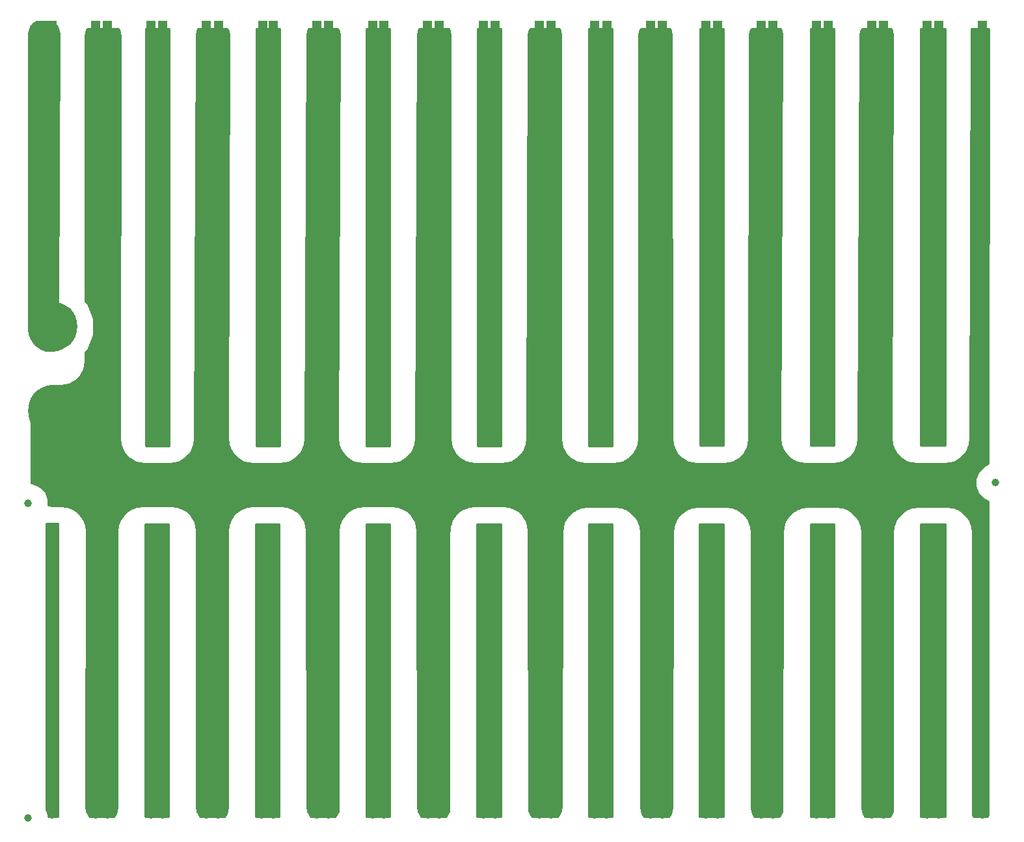
<source format=gbr>
G04 #@! TF.GenerationSoftware,KiCad,Pcbnew,(5.0.0)*
G04 #@! TF.CreationDate,2019-06-02T07:24:35-07:00*
G04 #@! TF.ProjectId,SSB Cap Board C1 - Rev2,5353422043617020426F617264204331,rev?*
G04 #@! TF.SameCoordinates,Original*
G04 #@! TF.FileFunction,Copper,L1,Top,Signal*
G04 #@! TF.FilePolarity,Positive*
%FSLAX46Y46*%
G04 Gerber Fmt 4.6, Leading zero omitted, Abs format (unit mm)*
G04 Created by KiCad (PCBNEW (5.0.0)) date 06/02/19 07:24:35*
%MOMM*%
%LPD*%
G01*
G04 APERTURE LIST*
G04 #@! TA.AperFunction,SMDPad,CuDef*
%ADD10R,1.250000X5.000000*%
G04 #@! TD*
G04 #@! TA.AperFunction,ComponentPad*
%ADD11C,6.400000*%
G04 #@! TD*
G04 #@! TA.AperFunction,ComponentPad*
%ADD12C,0.800000*%
G04 #@! TD*
G04 #@! TA.AperFunction,BGAPad,CuDef*
%ADD13C,1.000000*%
G04 #@! TD*
G04 #@! TA.AperFunction,ViaPad*
%ADD14C,0.889000*%
G04 #@! TD*
G04 #@! TA.AperFunction,Conductor*
%ADD15C,0.254000*%
G04 #@! TD*
G04 APERTURE END LIST*
D10*
G04 #@! TO.P,C425,1*
G04 #@! TO.N,/C1+*
X60995000Y80995000D03*
G04 #@! TO.P,C425,2*
G04 #@! TO.N,/C1-*
X55295000Y80995000D03*
G04 #@! TD*
G04 #@! TO.P,C430,2*
G04 #@! TO.N,/C1-*
X55295000Y69795000D03*
G04 #@! TO.P,C430,1*
G04 #@! TO.N,/C1+*
X60995000Y69795000D03*
G04 #@! TD*
G04 #@! TO.P,C431,1*
G04 #@! TO.N,/C1+*
X60995000Y103395000D03*
G04 #@! TO.P,C431,2*
G04 #@! TO.N,/C1-*
X55295000Y103395000D03*
G04 #@! TD*
G04 #@! TO.P,C434,2*
G04 #@! TO.N,/C1-*
X55295000Y64195000D03*
G04 #@! TO.P,C434,1*
G04 #@! TO.N,/C1+*
X60995000Y64195000D03*
G04 #@! TD*
G04 #@! TO.P,C435,1*
G04 #@! TO.N,/C1+*
X60995000Y97795000D03*
G04 #@! TO.P,C435,2*
G04 #@! TO.N,/C1-*
X55295000Y97795000D03*
G04 #@! TD*
G04 #@! TO.P,C406,1*
G04 #@! TO.N,/C1+*
X60995000Y58595000D03*
G04 #@! TO.P,C406,2*
G04 #@! TO.N,/C1-*
X55295000Y58595000D03*
G04 #@! TD*
G04 #@! TO.P,C407,2*
G04 #@! TO.N,/C1-*
X55295000Y92195000D03*
G04 #@! TO.P,C407,1*
G04 #@! TO.N,/C1+*
X60995000Y92195000D03*
G04 #@! TD*
G04 #@! TO.P,C408,1*
G04 #@! TO.N,/C1+*
X60995000Y52995000D03*
G04 #@! TO.P,C408,2*
G04 #@! TO.N,/C1-*
X55295000Y52995000D03*
G04 #@! TD*
G04 #@! TO.P,C409,2*
G04 #@! TO.N,/C1-*
X55295000Y86595000D03*
G04 #@! TO.P,C409,1*
G04 #@! TO.N,/C1+*
X60995000Y86595000D03*
G04 #@! TD*
G04 #@! TO.P,C422,1*
G04 #@! TO.N,/C1+*
X60995000Y75395000D03*
G04 #@! TO.P,C422,2*
G04 #@! TO.N,/C1-*
X55295000Y75395000D03*
G04 #@! TD*
G04 #@! TO.P,C343,1*
G04 #@! TO.N,/C1+*
X-24095000Y75405000D03*
G04 #@! TO.P,C343,2*
G04 #@! TO.N,/C1-*
X-18395000Y75405000D03*
G04 #@! TD*
G04 #@! TO.P,C340,2*
G04 #@! TO.N,/C1-*
X40895000Y69795000D03*
G04 #@! TO.P,C340,1*
G04 #@! TO.N,/C1+*
X46595000Y69795000D03*
G04 #@! TD*
G04 #@! TO.P,C333,2*
G04 #@! TO.N,/C1-*
X10505000Y103405000D03*
G04 #@! TO.P,C333,1*
G04 #@! TO.N,/C1+*
X4805000Y103405000D03*
G04 #@! TD*
G04 #@! TO.P,C332,2*
G04 #@! TO.N,/C1-*
X40895000Y64195000D03*
G04 #@! TO.P,C332,1*
G04 #@! TO.N,/C1+*
X46595000Y64195000D03*
G04 #@! TD*
G04 #@! TO.P,C1,1*
G04 #@! TO.N,/C1+*
X-40005000Y52995000D03*
G04 #@! TO.P,C1,2*
G04 #@! TO.N,/C1-*
X-45705000Y52995000D03*
G04 #@! TD*
G04 #@! TO.P,C363,1*
G04 #@! TO.N,/C1+*
X48105000Y103405000D03*
G04 #@! TO.P,C363,2*
G04 #@! TO.N,/C1-*
X53805000Y103405000D03*
G04 #@! TD*
G04 #@! TO.P,C275,2*
G04 #@! TO.N,/C1-*
X40895000Y75395000D03*
G04 #@! TO.P,C275,1*
G04 #@! TO.N,/C1+*
X46595000Y75395000D03*
G04 #@! TD*
G04 #@! TO.P,C273,1*
G04 #@! TO.N,/C1+*
X19305000Y53005000D03*
G04 #@! TO.P,C273,2*
G04 #@! TO.N,/C1-*
X25005000Y53005000D03*
G04 #@! TD*
G04 #@! TO.P,C313,2*
G04 #@! TO.N,/C1-*
X40895000Y86595000D03*
G04 #@! TO.P,C313,1*
G04 #@! TO.N,/C1+*
X46595000Y86595000D03*
G04 #@! TD*
G04 #@! TO.P,C264,1*
G04 #@! TO.N,/C1+*
X48105000Y92205000D03*
G04 #@! TO.P,C264,2*
G04 #@! TO.N,/C1-*
X53805000Y92205000D03*
G04 #@! TD*
G04 #@! TO.P,C262,1*
G04 #@! TO.N,/C1+*
X19305000Y81005000D03*
G04 #@! TO.P,C262,2*
G04 #@! TO.N,/C1-*
X25005000Y81005000D03*
G04 #@! TD*
G04 #@! TO.P,C261,1*
G04 #@! TO.N,/C1+*
X48105000Y75405000D03*
G04 #@! TO.P,C261,2*
G04 #@! TO.N,/C1-*
X53805000Y75405000D03*
G04 #@! TD*
G04 #@! TO.P,C260,1*
G04 #@! TO.N,/C1+*
X32195000Y103395000D03*
G04 #@! TO.P,C260,2*
G04 #@! TO.N,/C1-*
X26495000Y103395000D03*
G04 #@! TD*
G04 #@! TO.P,C259,1*
G04 #@! TO.N,/C1+*
X32195000Y58595000D03*
G04 #@! TO.P,C259,2*
G04 #@! TO.N,/C1-*
X26495000Y58595000D03*
G04 #@! TD*
G04 #@! TO.P,C258,1*
G04 #@! TO.N,/C1+*
X-11205000Y58595000D03*
G04 #@! TO.P,C258,2*
G04 #@! TO.N,/C1-*
X-16905000Y58595000D03*
G04 #@! TD*
G04 #@! TO.P,C257,1*
G04 #@! TO.N,/C1+*
X46595000Y58595000D03*
G04 #@! TO.P,C257,2*
G04 #@! TO.N,/C1-*
X40895000Y58595000D03*
G04 #@! TD*
G04 #@! TO.P,C314,1*
G04 #@! TO.N,/C1+*
X19305000Y86605000D03*
G04 #@! TO.P,C314,2*
G04 #@! TO.N,/C1-*
X25005000Y86605000D03*
G04 #@! TD*
G04 #@! TO.P,C265,1*
G04 #@! TO.N,/C1+*
X32195000Y97795000D03*
G04 #@! TO.P,C265,2*
G04 #@! TO.N,/C1-*
X26495000Y97795000D03*
G04 #@! TD*
G04 #@! TO.P,C311,1*
G04 #@! TO.N,/C1+*
X32195000Y52995000D03*
G04 #@! TO.P,C311,2*
G04 #@! TO.N,/C1-*
X26495000Y52995000D03*
G04 #@! TD*
G04 #@! TO.P,C310,1*
G04 #@! TO.N,/C1+*
X-11205000Y52995000D03*
G04 #@! TO.P,C310,2*
G04 #@! TO.N,/C1-*
X-16905000Y52995000D03*
G04 #@! TD*
G04 #@! TO.P,C309,1*
G04 #@! TO.N,/C1+*
X46595000Y52995000D03*
G04 #@! TO.P,C309,2*
G04 #@! TO.N,/C1-*
X40895000Y52995000D03*
G04 #@! TD*
G04 #@! TO.P,C308,1*
G04 #@! TO.N,/C1+*
X-54405000Y86595000D03*
G04 #@! TO.P,C308,2*
G04 #@! TO.N,/C1-*
X-60105000Y86595000D03*
G04 #@! TD*
G04 #@! TO.P,C304,1*
G04 #@! TO.N,/C1+*
X19305000Y92205000D03*
G04 #@! TO.P,C304,2*
G04 #@! TO.N,/C1-*
X25005000Y92205000D03*
G04 #@! TD*
G04 #@! TO.P,C302,1*
G04 #@! TO.N,/C1+*
X32195000Y92195000D03*
G04 #@! TO.P,C302,2*
G04 #@! TO.N,/C1-*
X26495000Y92195000D03*
G04 #@! TD*
G04 #@! TO.P,C300,1*
G04 #@! TO.N,/C1+*
X48105000Y53005000D03*
G04 #@! TO.P,C300,2*
G04 #@! TO.N,/C1-*
X53805000Y53005000D03*
G04 #@! TD*
G04 #@! TO.P,C283,1*
G04 #@! TO.N,/C1+*
X32195000Y86595000D03*
G04 #@! TO.P,C283,2*
G04 #@! TO.N,/C1-*
X26495000Y86595000D03*
G04 #@! TD*
G04 #@! TO.P,C282,1*
G04 #@! TO.N,/C1+*
X-54405000Y80995000D03*
G04 #@! TO.P,C282,2*
G04 #@! TO.N,/C1-*
X-60105000Y80995000D03*
G04 #@! TD*
G04 #@! TO.P,C295,1*
G04 #@! TO.N,/C1+*
X19305000Y97805000D03*
G04 #@! TO.P,C295,2*
G04 #@! TO.N,/C1-*
X25005000Y97805000D03*
G04 #@! TD*
G04 #@! TO.P,C294,1*
G04 #@! TO.N,/C1+*
X19305000Y58605000D03*
G04 #@! TO.P,C294,2*
G04 #@! TO.N,/C1-*
X25005000Y58605000D03*
G04 #@! TD*
G04 #@! TO.P,C292,1*
G04 #@! TO.N,/C1+*
X33705000Y75405000D03*
G04 #@! TO.P,C292,2*
G04 #@! TO.N,/C1-*
X39405000Y75405000D03*
G04 #@! TD*
G04 #@! TO.P,C291,1*
G04 #@! TO.N,/C1+*
X-24095000Y103405000D03*
G04 #@! TO.P,C291,2*
G04 #@! TO.N,/C1-*
X-18395000Y103405000D03*
G04 #@! TD*
G04 #@! TO.P,C289,1*
G04 #@! TO.N,/C1+*
X-54405000Y75395000D03*
G04 #@! TO.P,C289,2*
G04 #@! TO.N,/C1-*
X-60105000Y75395000D03*
G04 #@! TD*
G04 #@! TO.P,C287,1*
G04 #@! TO.N,/C1+*
X19305000Y103405000D03*
G04 #@! TO.P,C287,2*
G04 #@! TO.N,/C1-*
X25005000Y103405000D03*
G04 #@! TD*
G04 #@! TO.P,C286,1*
G04 #@! TO.N,/C1+*
X19305000Y64205000D03*
G04 #@! TO.P,C286,2*
G04 #@! TO.N,/C1-*
X25005000Y64205000D03*
G04 #@! TD*
G04 #@! TO.P,C285,1*
G04 #@! TO.N,/C1+*
X48105000Y64205000D03*
G04 #@! TO.P,C285,2*
G04 #@! TO.N,/C1-*
X53805000Y64205000D03*
G04 #@! TD*
G04 #@! TO.P,C284,1*
G04 #@! TO.N,/C1+*
X33705000Y81005000D03*
G04 #@! TO.P,C284,2*
G04 #@! TO.N,/C1-*
X39405000Y81005000D03*
G04 #@! TD*
G04 #@! TO.P,C299,1*
G04 #@! TO.N,/C1+*
X48105000Y97805000D03*
G04 #@! TO.P,C299,2*
G04 #@! TO.N,/C1-*
X53805000Y97805000D03*
G04 #@! TD*
G04 #@! TO.P,C298,1*
G04 #@! TO.N,/C1+*
X33705000Y86605000D03*
G04 #@! TO.P,C298,2*
G04 #@! TO.N,/C1-*
X39405000Y86605000D03*
G04 #@! TD*
G04 #@! TO.P,C377,1*
G04 #@! TO.N,/C1+*
X19305000Y69805000D03*
G04 #@! TO.P,C377,2*
G04 #@! TO.N,/C1-*
X25005000Y69805000D03*
G04 #@! TD*
G04 #@! TO.P,C390,1*
G04 #@! TO.N,/C1+*
X33705000Y92205000D03*
G04 #@! TO.P,C390,2*
G04 #@! TO.N,/C1-*
X39405000Y92205000D03*
G04 #@! TD*
G04 #@! TO.P,C388,1*
G04 #@! TO.N,/C1+*
X-9695000Y86605000D03*
G04 #@! TO.P,C388,2*
G04 #@! TO.N,/C1-*
X-3995000Y86605000D03*
G04 #@! TD*
G04 #@! TO.P,C385,1*
G04 #@! TO.N,/C1+*
X33705000Y97805000D03*
G04 #@! TO.P,C385,2*
G04 #@! TO.N,/C1-*
X39405000Y97805000D03*
G04 #@! TD*
G04 #@! TO.P,C384,1*
G04 #@! TO.N,/C1+*
X46595000Y103395000D03*
G04 #@! TO.P,C384,2*
G04 #@! TO.N,/C1-*
X40895000Y103395000D03*
G04 #@! TD*
G04 #@! TO.P,C383,1*
G04 #@! TO.N,/C1+*
X-9695000Y92205000D03*
G04 #@! TO.P,C383,2*
G04 #@! TO.N,/C1-*
X-3995000Y92205000D03*
G04 #@! TD*
G04 #@! TO.P,C381,1*
G04 #@! TO.N,/C1+*
X33705000Y103405000D03*
G04 #@! TO.P,C381,2*
G04 #@! TO.N,/C1-*
X39405000Y103405000D03*
G04 #@! TD*
G04 #@! TO.P,C380,1*
G04 #@! TO.N,/C1+*
X46595000Y97795000D03*
G04 #@! TO.P,C380,2*
G04 #@! TO.N,/C1-*
X40895000Y97795000D03*
G04 #@! TD*
G04 #@! TO.P,C379,1*
G04 #@! TO.N,/C1+*
X-9695000Y97805000D03*
G04 #@! TO.P,C379,2*
G04 #@! TO.N,/C1-*
X-3995000Y97805000D03*
G04 #@! TD*
G04 #@! TO.P,C93,1*
G04 #@! TO.N,/C1+*
X-25605000Y58595000D03*
G04 #@! TO.P,C93,2*
G04 #@! TO.N,/C1-*
X-31305000Y58595000D03*
G04 #@! TD*
G04 #@! TO.P,C92,1*
G04 #@! TO.N,/C1+*
X-38395000Y92205000D03*
G04 #@! TO.P,C92,2*
G04 #@! TO.N,/C1-*
X-32695000Y92205000D03*
G04 #@! TD*
G04 #@! TO.P,C90,1*
G04 #@! TO.N,/C1+*
X-52895000Y103405000D03*
G04 #@! TO.P,C90,2*
G04 #@! TO.N,/C1-*
X-47195000Y103405000D03*
G04 #@! TD*
G04 #@! TO.P,C88,1*
G04 #@! TO.N,/C1+*
X-11205000Y92195000D03*
G04 #@! TO.P,C88,2*
G04 #@! TO.N,/C1-*
X-16905000Y92195000D03*
G04 #@! TD*
G04 #@! TO.P,C87,1*
G04 #@! TO.N,/C1+*
X-9695000Y58605000D03*
G04 #@! TO.P,C87,2*
G04 #@! TO.N,/C1-*
X-3995000Y58605000D03*
G04 #@! TD*
G04 #@! TO.P,C86,1*
G04 #@! TO.N,/C1+*
X3295000Y80995000D03*
G04 #@! TO.P,C86,2*
G04 #@! TO.N,/C1-*
X-2405000Y80995000D03*
G04 #@! TD*
G04 #@! TO.P,C85,1*
G04 #@! TO.N,/C1+*
X4805000Y69805000D03*
G04 #@! TO.P,C85,2*
G04 #@! TO.N,/C1-*
X10505000Y69805000D03*
G04 #@! TD*
G04 #@! TO.P,C84,1*
G04 #@! TO.N,/C1+*
X17795000Y69795000D03*
G04 #@! TO.P,C84,2*
G04 #@! TO.N,/C1-*
X12095000Y69795000D03*
G04 #@! TD*
G04 #@! TO.P,C83,1*
G04 #@! TO.N,/C1+*
X-25605000Y64195000D03*
G04 #@! TO.P,C83,2*
G04 #@! TO.N,/C1-*
X-31305000Y64195000D03*
G04 #@! TD*
G04 #@! TO.P,C82,1*
G04 #@! TO.N,/C1+*
X-38395000Y86605000D03*
G04 #@! TO.P,C82,2*
G04 #@! TO.N,/C1-*
X-32695000Y86605000D03*
G04 #@! TD*
G04 #@! TO.P,C81,1*
G04 #@! TO.N,/C1+*
X-38395000Y81005000D03*
G04 #@! TO.P,C81,2*
G04 #@! TO.N,/C1-*
X-32695000Y81005000D03*
G04 #@! TD*
G04 #@! TO.P,C80,1*
G04 #@! TO.N,/C1+*
X17795000Y64195000D03*
G04 #@! TO.P,C80,2*
G04 #@! TO.N,/C1-*
X12095000Y64195000D03*
G04 #@! TD*
G04 #@! TO.P,C251,1*
G04 #@! TO.N,/C1+*
X32195000Y80995000D03*
G04 #@! TO.P,C251,2*
G04 #@! TO.N,/C1-*
X26495000Y80995000D03*
G04 #@! TD*
G04 #@! TO.P,C78,1*
G04 #@! TO.N,/C1+*
X-25605000Y69795000D03*
G04 #@! TO.P,C78,2*
G04 #@! TO.N,/C1-*
X-31305000Y69795000D03*
G04 #@! TD*
G04 #@! TO.P,C77,1*
G04 #@! TO.N,/C1+*
X17795000Y75395000D03*
G04 #@! TO.P,C77,2*
G04 #@! TO.N,/C1-*
X12095000Y75395000D03*
G04 #@! TD*
G04 #@! TO.P,C76,1*
G04 #@! TO.N,/C1+*
X4805000Y64205000D03*
G04 #@! TO.P,C76,2*
G04 #@! TO.N,/C1-*
X10505000Y64205000D03*
G04 #@! TD*
G04 #@! TO.P,C75,1*
G04 #@! TO.N,/C1+*
X-40005000Y58595000D03*
G04 #@! TO.P,C75,2*
G04 #@! TO.N,/C1-*
X-45705000Y58595000D03*
G04 #@! TD*
G04 #@! TO.P,C74,1*
G04 #@! TO.N,/C1+*
X3295000Y86595000D03*
G04 #@! TO.P,C74,2*
G04 #@! TO.N,/C1-*
X-2405000Y86595000D03*
G04 #@! TD*
G04 #@! TO.P,C73,1*
G04 #@! TO.N,/C1+*
X-9695000Y53005000D03*
G04 #@! TO.P,C73,2*
G04 #@! TO.N,/C1-*
X-3995000Y53005000D03*
G04 #@! TD*
G04 #@! TO.P,C72,1*
G04 #@! TO.N,/C1+*
X-11205000Y97795000D03*
G04 #@! TO.P,C72,2*
G04 #@! TO.N,/C1-*
X-16905000Y97795000D03*
G04 #@! TD*
G04 #@! TO.P,C71,1*
G04 #@! TO.N,/C1+*
X33705000Y69805000D03*
G04 #@! TO.P,C71,2*
G04 #@! TO.N,/C1-*
X39405000Y69805000D03*
G04 #@! TD*
G04 #@! TO.P,C70,1*
G04 #@! TO.N,/C1+*
X-52895000Y97805000D03*
G04 #@! TO.P,C70,2*
G04 #@! TO.N,/C1-*
X-47195000Y97805000D03*
G04 #@! TD*
G04 #@! TO.P,C119,1*
G04 #@! TO.N,/C1+*
X-54405000Y103395000D03*
G04 #@! TO.P,C119,2*
G04 #@! TO.N,/C1-*
X-60105000Y103395000D03*
G04 #@! TD*
G04 #@! TO.P,C113,2*
G04 #@! TO.N,/C1-*
X40895000Y92195000D03*
G04 #@! TO.P,C113,1*
G04 #@! TO.N,/C1+*
X46595000Y92195000D03*
G04 #@! TD*
G04 #@! TO.P,C108,1*
G04 #@! TO.N,/C1+*
X48105000Y58605000D03*
G04 #@! TO.P,C108,2*
G04 #@! TO.N,/C1-*
X53805000Y58605000D03*
G04 #@! TD*
G04 #@! TO.P,C106,1*
G04 #@! TO.N,/C1+*
X-40005000Y103395000D03*
G04 #@! TO.P,C106,2*
G04 #@! TO.N,/C1-*
X-45705000Y103395000D03*
G04 #@! TD*
G04 #@! TO.P,C105,1*
G04 #@! TO.N,/C1+*
X-54405000Y92195000D03*
G04 #@! TO.P,C105,2*
G04 #@! TO.N,/C1-*
X-60105000Y92195000D03*
G04 #@! TD*
G04 #@! TO.P,C96,1*
G04 #@! TO.N,/C1+*
X-40005000Y97795000D03*
G04 #@! TO.P,C96,2*
G04 #@! TO.N,/C1-*
X-45705000Y97795000D03*
G04 #@! TD*
G04 #@! TO.P,C62,1*
G04 #@! TO.N,/C1+*
X-40005000Y92195000D03*
G04 #@! TO.P,C62,2*
G04 #@! TO.N,/C1-*
X-45705000Y92195000D03*
G04 #@! TD*
G04 #@! TO.P,C3,1*
G04 #@! TO.N,/C1+*
X17795000Y103395000D03*
G04 #@! TO.P,C3,2*
G04 #@! TO.N,/C1-*
X12095000Y103395000D03*
G04 #@! TD*
G04 #@! TO.P,C4,1*
G04 #@! TO.N,/C1+*
X-25605000Y103395000D03*
G04 #@! TO.P,C4,2*
G04 #@! TO.N,/C1-*
X-31305000Y103395000D03*
G04 #@! TD*
G04 #@! TO.P,C12,1*
G04 #@! TO.N,/C1+*
X-40005000Y86595000D03*
G04 #@! TO.P,C12,2*
G04 #@! TO.N,/C1-*
X-45705000Y86595000D03*
G04 #@! TD*
G04 #@! TO.P,C13,1*
G04 #@! TO.N,/C1+*
X-38495000Y53005000D03*
G04 #@! TO.P,C13,2*
G04 #@! TO.N,/C1-*
X-32795000Y53005000D03*
G04 #@! TD*
G04 #@! TO.P,C14,1*
G04 #@! TO.N,/C1+*
X-25605000Y97795000D03*
G04 #@! TO.P,C14,2*
G04 #@! TO.N,/C1-*
X-31305000Y97795000D03*
G04 #@! TD*
G04 #@! TO.P,C15,1*
G04 #@! TO.N,/C1+*
X-52895000Y75405000D03*
G04 #@! TO.P,C15,2*
G04 #@! TO.N,/C1-*
X-47195000Y75405000D03*
G04 #@! TD*
G04 #@! TO.P,C31,1*
G04 #@! TO.N,/C1+*
X-40005000Y80995000D03*
G04 #@! TO.P,C31,2*
G04 #@! TO.N,/C1-*
X-45705000Y80995000D03*
G04 #@! TD*
G04 #@! TO.P,C61,1*
G04 #@! TO.N,/C1+*
X-38495000Y58605000D03*
G04 #@! TO.P,C61,2*
G04 #@! TO.N,/C1-*
X-32795000Y58605000D03*
G04 #@! TD*
G04 #@! TO.P,C60,1*
G04 #@! TO.N,/C1+*
X-25605000Y92195000D03*
G04 #@! TO.P,C60,2*
G04 #@! TO.N,/C1-*
X-31305000Y92195000D03*
G04 #@! TD*
G04 #@! TO.P,C59,1*
G04 #@! TO.N,/C1+*
X17795000Y97795000D03*
G04 #@! TO.P,C59,2*
G04 #@! TO.N,/C1-*
X12095000Y97795000D03*
G04 #@! TD*
G04 #@! TO.P,C51,1*
G04 #@! TO.N,/C1+*
X-40005000Y75395000D03*
G04 #@! TO.P,C51,2*
G04 #@! TO.N,/C1-*
X-45705000Y75395000D03*
G04 #@! TD*
G04 #@! TO.P,C50,1*
G04 #@! TO.N,/C1+*
X-38495000Y64205000D03*
G04 #@! TO.P,C50,2*
G04 #@! TO.N,/C1-*
X-32795000Y64205000D03*
G04 #@! TD*
G04 #@! TO.P,C49,1*
G04 #@! TO.N,/C1+*
X-25605000Y86595000D03*
G04 #@! TO.P,C49,2*
G04 #@! TO.N,/C1-*
X-31305000Y86595000D03*
G04 #@! TD*
G04 #@! TO.P,C63,1*
G04 #@! TO.N,/C1+*
X17795000Y92195000D03*
G04 #@! TO.P,C63,2*
G04 #@! TO.N,/C1-*
X12095000Y92195000D03*
G04 #@! TD*
G04 #@! TO.P,C45,1*
G04 #@! TO.N,/C1+*
X3295000Y103395000D03*
G04 #@! TO.P,C45,2*
G04 #@! TO.N,/C1-*
X-2405000Y103395000D03*
G04 #@! TD*
G04 #@! TO.P,C44,1*
G04 #@! TO.N,/C1+*
X48105000Y86605000D03*
G04 #@! TO.P,C44,2*
G04 #@! TO.N,/C1-*
X53805000Y86605000D03*
G04 #@! TD*
G04 #@! TO.P,C40,1*
G04 #@! TO.N,/C1+*
X-11205000Y103395000D03*
G04 #@! TO.P,C40,2*
G04 #@! TO.N,/C1-*
X-16905000Y103395000D03*
G04 #@! TD*
G04 #@! TO.P,C39,1*
G04 #@! TO.N,/C1+*
X33705000Y64205000D03*
G04 #@! TO.P,C39,2*
G04 #@! TO.N,/C1-*
X39405000Y64205000D03*
G04 #@! TD*
G04 #@! TO.P,C38,1*
G04 #@! TO.N,/C1+*
X-9695000Y69805000D03*
G04 #@! TO.P,C38,2*
G04 #@! TO.N,/C1-*
X-3995000Y69805000D03*
G04 #@! TD*
G04 #@! TO.P,C37,1*
G04 #@! TO.N,/C1+*
X3295000Y58595000D03*
G04 #@! TO.P,C37,2*
G04 #@! TO.N,/C1-*
X-2405000Y58595000D03*
G04 #@! TD*
G04 #@! TO.P,C36,1*
G04 #@! TO.N,/C1+*
X-9695000Y81005000D03*
G04 #@! TO.P,C36,2*
G04 #@! TO.N,/C1-*
X-3995000Y81005000D03*
G04 #@! TD*
G04 #@! TO.P,C35,1*
G04 #@! TO.N,/C1+*
X-11205000Y69795000D03*
G04 #@! TO.P,C35,2*
G04 #@! TO.N,/C1-*
X-16905000Y69795000D03*
G04 #@! TD*
G04 #@! TO.P,C34,1*
G04 #@! TO.N,/C1+*
X-24095000Y69805000D03*
G04 #@! TO.P,C34,2*
G04 #@! TO.N,/C1-*
X-18395000Y69805000D03*
G04 #@! TD*
G04 #@! TO.P,C94,1*
G04 #@! TO.N,/C1+*
X48105000Y81005000D03*
G04 #@! TO.P,C94,2*
G04 #@! TO.N,/C1-*
X53805000Y81005000D03*
G04 #@! TD*
G04 #@! TO.P,C32,1*
G04 #@! TO.N,/C1+*
X4805000Y97805000D03*
G04 #@! TO.P,C32,2*
G04 #@! TO.N,/C1-*
X10505000Y97805000D03*
G04 #@! TD*
G04 #@! TO.P,C33,1*
G04 #@! TO.N,/C1+*
X3295000Y52995000D03*
G04 #@! TO.P,C33,2*
G04 #@! TO.N,/C1-*
X-2405000Y52995000D03*
G04 #@! TD*
G04 #@! TO.P,C46,1*
G04 #@! TO.N,/C1+*
X-24095000Y86605000D03*
G04 #@! TO.P,C46,2*
G04 #@! TO.N,/C1-*
X-18395000Y86605000D03*
G04 #@! TD*
G04 #@! TO.P,C215,1*
G04 #@! TO.N,/C1+*
X48105000Y69805000D03*
G04 #@! TO.P,C215,2*
G04 #@! TO.N,/C1-*
X53805000Y69805000D03*
G04 #@! TD*
G04 #@! TO.P,C213,1*
G04 #@! TO.N,/C1+*
X32195000Y69795000D03*
G04 #@! TO.P,C213,2*
G04 #@! TO.N,/C1-*
X26495000Y69795000D03*
G04 #@! TD*
G04 #@! TO.P,C212,1*
G04 #@! TO.N,/C1+*
X32195000Y64195000D03*
G04 #@! TO.P,C212,2*
G04 #@! TO.N,/C1-*
X26495000Y64195000D03*
G04 #@! TD*
G04 #@! TO.P,C209,1*
G04 #@! TO.N,/C1+*
X19305000Y75405000D03*
G04 #@! TO.P,C209,2*
G04 #@! TO.N,/C1-*
X25005000Y75405000D03*
G04 #@! TD*
G04 #@! TO.P,C125,1*
G04 #@! TO.N,/C1+*
X-11205000Y64195000D03*
G04 #@! TO.P,C125,2*
G04 #@! TO.N,/C1-*
X-16905000Y64195000D03*
G04 #@! TD*
G04 #@! TO.P,C203,1*
G04 #@! TO.N,/C1+*
X32195000Y75395000D03*
G04 #@! TO.P,C203,2*
G04 #@! TO.N,/C1-*
X26495000Y75395000D03*
G04 #@! TD*
G04 #@! TO.P,C201,1*
G04 #@! TO.N,/C1+*
X-24095000Y81005000D03*
G04 #@! TO.P,C201,2*
G04 #@! TO.N,/C1-*
X-18395000Y81005000D03*
G04 #@! TD*
G04 #@! TO.P,C190,1*
G04 #@! TO.N,/C1+*
X33705000Y53005000D03*
G04 #@! TO.P,C190,2*
G04 #@! TO.N,/C1-*
X39405000Y53005000D03*
G04 #@! TD*
G04 #@! TO.P,C126,1*
G04 #@! TO.N,/C1+*
X-52895000Y81005000D03*
G04 #@! TO.P,C126,2*
G04 #@! TO.N,/C1-*
X-47195000Y81005000D03*
G04 #@! TD*
G04 #@! TO.P,C243,2*
G04 #@! TO.N,/C1-*
X40895000Y80995000D03*
G04 #@! TO.P,C243,1*
G04 #@! TO.N,/C1+*
X46595000Y80995000D03*
G04 #@! TD*
G04 #@! TO.P,C48,1*
G04 #@! TO.N,/C1+*
X-40005000Y69795000D03*
G04 #@! TO.P,C48,2*
G04 #@! TO.N,/C1-*
X-45705000Y69795000D03*
G04 #@! TD*
G04 #@! TO.P,C155,1*
G04 #@! TO.N,/C1+*
X-25605000Y80995000D03*
G04 #@! TO.P,C155,2*
G04 #@! TO.N,/C1-*
X-31305000Y80995000D03*
G04 #@! TD*
G04 #@! TO.P,C154,1*
G04 #@! TO.N,/C1+*
X17795000Y86595000D03*
G04 #@! TO.P,C154,2*
G04 #@! TO.N,/C1-*
X12095000Y86595000D03*
G04 #@! TD*
G04 #@! TO.P,C153,1*
G04 #@! TO.N,/C1+*
X4805000Y53005000D03*
G04 #@! TO.P,C153,2*
G04 #@! TO.N,/C1-*
X10505000Y53005000D03*
G04 #@! TD*
G04 #@! TO.P,C152,1*
G04 #@! TO.N,/C1+*
X3295000Y97795000D03*
G04 #@! TO.P,C152,2*
G04 #@! TO.N,/C1-*
X-2405000Y97795000D03*
G04 #@! TD*
G04 #@! TO.P,C149,1*
G04 #@! TO.N,/C1+*
X-52895000Y92205000D03*
G04 #@! TO.P,C149,2*
G04 #@! TO.N,/C1-*
X-47195000Y92205000D03*
G04 #@! TD*
G04 #@! TO.P,C148,1*
G04 #@! TO.N,/C1+*
X33705000Y58605000D03*
G04 #@! TO.P,C148,2*
G04 #@! TO.N,/C1-*
X39405000Y58605000D03*
G04 #@! TD*
G04 #@! TO.P,C147,1*
G04 #@! TO.N,/C1+*
X-52895000Y86605000D03*
G04 #@! TO.P,C147,2*
G04 #@! TO.N,/C1-*
X-47195000Y86605000D03*
G04 #@! TD*
G04 #@! TO.P,C146,1*
G04 #@! TO.N,/C1+*
X-40005000Y64195000D03*
G04 #@! TO.P,C146,2*
G04 #@! TO.N,/C1-*
X-45705000Y64195000D03*
G04 #@! TD*
G04 #@! TO.P,C145,1*
G04 #@! TO.N,/C1+*
X-38395000Y75405000D03*
G04 #@! TO.P,C145,2*
G04 #@! TO.N,/C1-*
X-32695000Y75405000D03*
G04 #@! TD*
G04 #@! TO.P,C144,1*
G04 #@! TO.N,/C1+*
X-25605000Y75395000D03*
G04 #@! TO.P,C144,2*
G04 #@! TO.N,/C1-*
X-31305000Y75395000D03*
G04 #@! TD*
G04 #@! TO.P,C143,1*
G04 #@! TO.N,/C1+*
X17795000Y80995000D03*
G04 #@! TO.P,C143,2*
G04 #@! TO.N,/C1-*
X12095000Y80995000D03*
G04 #@! TD*
G04 #@! TO.P,C142,1*
G04 #@! TO.N,/C1+*
X4805000Y58605000D03*
G04 #@! TO.P,C142,2*
G04 #@! TO.N,/C1-*
X10505000Y58605000D03*
G04 #@! TD*
G04 #@! TO.P,C188,1*
G04 #@! TO.N,/C1+*
X3295000Y92195000D03*
G04 #@! TO.P,C188,2*
G04 #@! TO.N,/C1-*
X-2405000Y92195000D03*
G04 #@! TD*
G04 #@! TO.P,C139,1*
G04 #@! TO.N,/C1+*
X-24095000Y53005000D03*
G04 #@! TO.P,C139,2*
G04 #@! TO.N,/C1-*
X-18395000Y53005000D03*
G04 #@! TD*
G04 #@! TO.P,C138,1*
G04 #@! TO.N,/C1+*
X17795000Y52995000D03*
G04 #@! TO.P,C138,2*
G04 #@! TO.N,/C1-*
X12095000Y52995000D03*
G04 #@! TD*
G04 #@! TO.P,C137,1*
G04 #@! TO.N,/C1+*
X4805000Y86605000D03*
G04 #@! TO.P,C137,2*
G04 #@! TO.N,/C1-*
X10505000Y86605000D03*
G04 #@! TD*
G04 #@! TO.P,C136,1*
G04 #@! TO.N,/C1+*
X3295000Y64195000D03*
G04 #@! TO.P,C136,2*
G04 #@! TO.N,/C1-*
X-2405000Y64195000D03*
G04 #@! TD*
G04 #@! TO.P,C135,1*
G04 #@! TO.N,/C1+*
X-9695000Y75405000D03*
G04 #@! TO.P,C135,2*
G04 #@! TO.N,/C1-*
X-3995000Y75405000D03*
G04 #@! TD*
G04 #@! TO.P,C134,1*
G04 #@! TO.N,/C1+*
X-11205000Y75395000D03*
G04 #@! TO.P,C134,2*
G04 #@! TO.N,/C1-*
X-16905000Y75395000D03*
G04 #@! TD*
G04 #@! TO.P,C133,1*
G04 #@! TO.N,/C1+*
X-24095000Y64205000D03*
G04 #@! TO.P,C133,2*
G04 #@! TO.N,/C1-*
X-18395000Y64205000D03*
G04 #@! TD*
G04 #@! TO.P,C189,1*
G04 #@! TO.N,/C1+*
X-54405000Y97795000D03*
G04 #@! TO.P,C189,2*
G04 #@! TO.N,/C1-*
X-60105000Y97795000D03*
G04 #@! TD*
G04 #@! TO.P,C179,1*
G04 #@! TO.N,/C1+*
X-9695000Y103405000D03*
G04 #@! TO.P,C179,2*
G04 #@! TO.N,/C1-*
X-3995000Y103405000D03*
G04 #@! TD*
G04 #@! TO.P,C177,1*
G04 #@! TO.N,/C1+*
X-24095000Y92205000D03*
G04 #@! TO.P,C177,2*
G04 #@! TO.N,/C1-*
X-18395000Y92205000D03*
G04 #@! TD*
G04 #@! TO.P,C175,1*
G04 #@! TO.N,/C1+*
X-24095000Y97805000D03*
G04 #@! TO.P,C175,2*
G04 #@! TO.N,/C1-*
X-18395000Y97805000D03*
G04 #@! TD*
G04 #@! TO.P,C156,1*
G04 #@! TO.N,/C1+*
X4805000Y75405000D03*
G04 #@! TO.P,C156,2*
G04 #@! TO.N,/C1-*
X10505000Y75405000D03*
G04 #@! TD*
G04 #@! TO.P,C171,1*
G04 #@! TO.N,/C1+*
X3295000Y75395000D03*
G04 #@! TO.P,C171,2*
G04 #@! TO.N,/C1-*
X-2405000Y75395000D03*
G04 #@! TD*
G04 #@! TO.P,C170,1*
G04 #@! TO.N,/C1+*
X-9695000Y64205000D03*
G04 #@! TO.P,C170,2*
G04 #@! TO.N,/C1-*
X-3995000Y64205000D03*
G04 #@! TD*
G04 #@! TO.P,C169,1*
G04 #@! TO.N,/C1+*
X-11205000Y86595000D03*
G04 #@! TO.P,C169,2*
G04 #@! TO.N,/C1-*
X-16905000Y86595000D03*
G04 #@! TD*
G04 #@! TO.P,C166,1*
G04 #@! TO.N,/C1+*
X-38395000Y97805000D03*
G04 #@! TO.P,C166,2*
G04 #@! TO.N,/C1-*
X-32695000Y97805000D03*
G04 #@! TD*
G04 #@! TO.P,C165,1*
G04 #@! TO.N,/C1+*
X-25605000Y52995000D03*
G04 #@! TO.P,C165,2*
G04 #@! TO.N,/C1-*
X-31305000Y52995000D03*
G04 #@! TD*
G04 #@! TO.P,C164,1*
G04 #@! TO.N,/C1+*
X17795000Y58595000D03*
G04 #@! TO.P,C164,2*
G04 #@! TO.N,/C1-*
X12095000Y58595000D03*
G04 #@! TD*
G04 #@! TO.P,C163,1*
G04 #@! TO.N,/C1+*
X4805000Y81005000D03*
G04 #@! TO.P,C163,2*
G04 #@! TO.N,/C1-*
X10505000Y81005000D03*
G04 #@! TD*
G04 #@! TO.P,C162,1*
G04 #@! TO.N,/C1+*
X3295000Y69795000D03*
G04 #@! TO.P,C162,2*
G04 #@! TO.N,/C1-*
X-2405000Y69795000D03*
G04 #@! TD*
G04 #@! TO.P,C161,1*
G04 #@! TO.N,/C1+*
X4805000Y92205000D03*
G04 #@! TO.P,C161,2*
G04 #@! TO.N,/C1-*
X10505000Y92205000D03*
G04 #@! TD*
G04 #@! TO.P,C160,1*
G04 #@! TO.N,/C1+*
X-11205000Y80995000D03*
G04 #@! TO.P,C160,2*
G04 #@! TO.N,/C1-*
X-16905000Y80995000D03*
G04 #@! TD*
G04 #@! TO.P,C174,1*
G04 #@! TO.N,/C1+*
X-24095000Y58605000D03*
G04 #@! TO.P,C174,2*
G04 #@! TO.N,/C1-*
X-18395000Y58605000D03*
G04 #@! TD*
G04 #@! TO.P,C172,1*
G04 #@! TO.N,/C1+*
X-38395000Y103405000D03*
G04 #@! TO.P,C172,2*
G04 #@! TO.N,/C1-*
X-32695000Y103405000D03*
G04 #@! TD*
G04 #@! TO.P,C158,1*
G04 #@! TO.N,/C1+*
X-38495000Y69805000D03*
G04 #@! TO.P,C158,2*
G04 #@! TO.N,/C1-*
X-32795000Y69805000D03*
G04 #@! TD*
D11*
G04 #@! TO.P,TP1,1*
G04 #@! TO.N,/C1+*
X-60000000Y55000000D03*
D12*
X-57600000Y55000000D03*
X-58302944Y53302944D03*
X-60000000Y52600000D03*
X-61697056Y53302944D03*
X-62400000Y55000000D03*
X-61697056Y56697056D03*
X-60000000Y57400000D03*
X-58302944Y56697056D03*
G04 #@! TD*
D11*
G04 #@! TO.P,TP2,1*
G04 #@! TO.N,/C1-*
X-60000000Y66000000D03*
D12*
X-57600000Y66000000D03*
X-58302944Y64302944D03*
X-60000000Y63600000D03*
X-61697056Y64302944D03*
X-62400000Y66000000D03*
X-61697056Y67697056D03*
X-60000000Y68400000D03*
X-58302944Y67697056D03*
G04 #@! TD*
D13*
G04 #@! TO.P,REF\002A\002A,~*
G04 #@! TO.N,N/C*
X62700000Y45700000D03*
G04 #@! TD*
G04 #@! TO.P,REF\002A\002A,~*
G04 #@! TO.N,N/C*
X-63200000Y43000000D03*
G04 #@! TD*
G04 #@! TO.P,REF\002A\002A,~*
G04 #@! TO.N,N/C*
X-63200000Y2000000D03*
G04 #@! TD*
D14*
G04 #@! TO.N,/C1-*
X-18400000Y103400000D03*
X-18400000Y97800000D03*
X-18400000Y92200000D03*
X-18400000Y86600000D03*
X-18400000Y81000000D03*
X-18400000Y75400000D03*
X-18400000Y69800000D03*
X-18400000Y64200000D03*
X-18400000Y58600000D03*
X-18400000Y53000000D03*
X-18400000Y37700000D03*
X-18400000Y105100000D03*
X-18400000Y99500000D03*
X-18400000Y93900000D03*
X-18400000Y88300000D03*
X-18400000Y82700000D03*
X-18400000Y77100000D03*
X-18400000Y71500000D03*
X-18400000Y65900000D03*
X-18400000Y60300000D03*
X-18400000Y54700000D03*
X-18400000Y39400000D03*
X-18400000Y101700000D03*
X-18400000Y96100000D03*
X-18400000Y90500000D03*
X-18400000Y84900000D03*
X-18400000Y79300000D03*
X-18400000Y73700000D03*
X-18400000Y68100000D03*
X-18400000Y62500000D03*
X-18400000Y56900000D03*
X-18400000Y51300000D03*
X-18400000Y36000000D03*
X-31300000Y101700000D03*
X-31300000Y96100000D03*
X-31300000Y90500000D03*
X-31300000Y84900000D03*
X-31300000Y79300000D03*
X-31300000Y73700000D03*
X-31300000Y68100000D03*
X-31300000Y62500000D03*
X-31300000Y56900000D03*
X-31300000Y51300000D03*
X-31300000Y36000000D03*
X-31300000Y103400000D03*
X-31300000Y97800000D03*
X-31300000Y92200000D03*
X-31300000Y86600000D03*
X-31300000Y81000000D03*
X-31300000Y75400000D03*
X-31300000Y69800000D03*
X-31300000Y64200000D03*
X-31300000Y58600000D03*
X-31300000Y53000000D03*
X-31300000Y37700000D03*
X-31300000Y105100000D03*
X-31300000Y99500000D03*
X-31300000Y93900000D03*
X-31300000Y88300000D03*
X-31300000Y82700000D03*
X-31300000Y77100000D03*
X-31300000Y71500000D03*
X-31300000Y65900000D03*
X-31300000Y60300000D03*
X-31300000Y54700000D03*
X-31300000Y39400000D03*
X-32800000Y103400000D03*
X-32800000Y97800000D03*
X-32800000Y92200000D03*
X-32800000Y86600000D03*
X-32800000Y81000000D03*
X-32800000Y75400000D03*
X-32800000Y69800000D03*
X-32800000Y64200000D03*
X-32800000Y58600000D03*
X-32800000Y53000000D03*
X-32800000Y37700000D03*
X-32800000Y101700000D03*
X-32800000Y96100000D03*
X-32800000Y90500000D03*
X-32800000Y84900000D03*
X-32800000Y79300000D03*
X-32800000Y73700000D03*
X-32800000Y68100000D03*
X-32800000Y62500000D03*
X-32800000Y56900000D03*
X-32800000Y51300000D03*
X-32800000Y36000000D03*
X-32800000Y105100000D03*
X-32800000Y99500000D03*
X-32800000Y93900000D03*
X-32800000Y88300000D03*
X-32800000Y82700000D03*
X-32800000Y77100000D03*
X-32800000Y71500000D03*
X-32800000Y65900000D03*
X-32800000Y60300000D03*
X-32800000Y54700000D03*
X-32800000Y39400000D03*
X-45700000Y101700000D03*
X-45700000Y96100000D03*
X-45700000Y90500000D03*
X-45700000Y84900000D03*
X-45700000Y79300000D03*
X-45700000Y73700000D03*
X-45700000Y68100000D03*
X-45700000Y62500000D03*
X-45700000Y56900000D03*
X-45700000Y51300000D03*
X-45700000Y36000000D03*
X-45700000Y103400000D03*
X-45700000Y97800000D03*
X-45700000Y92200000D03*
X-45700000Y86600000D03*
X-45700000Y81000000D03*
X-45700000Y75400000D03*
X-45700000Y69800000D03*
X-45700000Y64200000D03*
X-45700000Y58600000D03*
X-45700000Y53000000D03*
X-45700000Y37700000D03*
X-45700000Y105100000D03*
X-45700000Y99500000D03*
X-45700000Y93900000D03*
X-45700000Y88300000D03*
X-45700000Y82700000D03*
X-45700000Y77100000D03*
X-45700000Y71500000D03*
X-45700000Y65900000D03*
X-45700000Y60300000D03*
X-45700000Y54700000D03*
X-45700000Y39400000D03*
X-47200000Y105100000D03*
X-47200000Y99500000D03*
X-47200000Y93900000D03*
X-47200000Y88300000D03*
X-47200000Y82700000D03*
X-47200000Y77100000D03*
X-47200000Y103400000D03*
X-47200000Y97800000D03*
X-47200000Y92200000D03*
X-47200000Y86600000D03*
X-47200000Y81000000D03*
X-47200000Y75400000D03*
X-47200000Y101700000D03*
X-47200000Y96100000D03*
X-47200000Y90500000D03*
X-47200000Y84900000D03*
X-47200000Y79300000D03*
X-47200000Y73700000D03*
X-60100000Y101700000D03*
X-60100000Y96100000D03*
X-60100000Y90500000D03*
X-60100000Y84900000D03*
X-60100000Y79300000D03*
X-60100000Y73700000D03*
X-60100000Y103400000D03*
X-60100000Y97800000D03*
X-60100000Y92200000D03*
X-60100000Y86600000D03*
X-60100000Y81000000D03*
X-60100000Y75400000D03*
X-60100000Y105100000D03*
X-60100000Y99500000D03*
X-60100000Y93900000D03*
X-60100000Y88300000D03*
X-60100000Y82700000D03*
X-60100000Y77100000D03*
X-16900000Y105100000D03*
X-16900000Y99500000D03*
X-16900000Y93900000D03*
X-16900000Y88300000D03*
X-16900000Y82700000D03*
X-16900000Y77100000D03*
X-16900000Y71500000D03*
X-16900000Y65900000D03*
X-16900000Y60300000D03*
X-16900000Y54700000D03*
X-16900000Y39400000D03*
X-16900000Y103400000D03*
X-16900000Y97800000D03*
X-16900000Y92200000D03*
X-16900000Y86600000D03*
X-16900000Y81000000D03*
X-16900000Y75400000D03*
X-16900000Y69800000D03*
X-16900000Y64200000D03*
X-16900000Y58600000D03*
X-16900000Y53000000D03*
X-16900000Y37700000D03*
X-16900000Y101700000D03*
X-16900000Y96100000D03*
X-16900000Y90500000D03*
X-16900000Y84900000D03*
X-16900000Y79300000D03*
X-16900000Y73700000D03*
X-16900000Y68100000D03*
X-16900000Y62500000D03*
X-16900000Y56900000D03*
X-16900000Y51300000D03*
X-16900000Y36000000D03*
X-4000000Y101700000D03*
X-4000000Y96100000D03*
X-4000000Y90500000D03*
X-4000000Y84900000D03*
X-4000000Y79300000D03*
X-4000000Y73700000D03*
X-4000000Y68100000D03*
X-4000000Y62500000D03*
X-4000000Y56900000D03*
X-4000000Y51300000D03*
X-4000000Y36000000D03*
X-4000000Y105100000D03*
X-4000000Y99500000D03*
X-4000000Y93900000D03*
X-4000000Y88300000D03*
X-4000000Y82700000D03*
X-4000000Y77100000D03*
X-4000000Y71500000D03*
X-4000000Y65900000D03*
X-4000000Y60300000D03*
X-4000000Y54700000D03*
X-4000000Y39400000D03*
X-4000000Y103400000D03*
X-4000000Y97800000D03*
X-4000000Y92200000D03*
X-4000000Y86600000D03*
X-4000000Y81000000D03*
X-4000000Y75400000D03*
X-4000000Y69800000D03*
X-4000000Y64200000D03*
X-4000000Y58600000D03*
X-4000000Y53000000D03*
X-4000000Y37700000D03*
X-2400000Y103400000D03*
X-2400000Y97800000D03*
X-2400000Y92200000D03*
X-2400000Y86600000D03*
X-2400000Y81000000D03*
X-2400000Y75400000D03*
X-2400000Y69800000D03*
X-2400000Y64200000D03*
X-2400000Y58600000D03*
X-2400000Y53000000D03*
X-2400000Y37700000D03*
X-2400000Y101700000D03*
X-2400000Y96100000D03*
X-2400000Y90500000D03*
X-2400000Y84900000D03*
X-2400000Y79300000D03*
X-2400000Y73700000D03*
X-2400000Y68100000D03*
X-2400000Y62500000D03*
X-2400000Y56900000D03*
X-2400000Y51300000D03*
X-2400000Y36000000D03*
X-2400000Y105100000D03*
X-2400000Y99500000D03*
X-2400000Y93900000D03*
X-2400000Y88300000D03*
X-2400000Y82700000D03*
X-2400000Y77100000D03*
X-2400000Y71500000D03*
X-2400000Y65900000D03*
X-2400000Y60300000D03*
X-2400000Y54700000D03*
X-2400000Y39400000D03*
X10500000Y103400000D03*
X10500000Y97800000D03*
X10500000Y92200000D03*
X10500000Y86600000D03*
X10500000Y81000000D03*
X10500000Y75400000D03*
X10500000Y69800000D03*
X10500000Y64200000D03*
X10500000Y58600000D03*
X10500000Y53000000D03*
X10500000Y37700000D03*
X10500000Y105100000D03*
X10500000Y99500000D03*
X10500000Y93900000D03*
X10500000Y88300000D03*
X10500000Y82700000D03*
X10500000Y77100000D03*
X10500000Y71500000D03*
X10500000Y65900000D03*
X10500000Y60300000D03*
X10500000Y54700000D03*
X10500000Y39400000D03*
X10500000Y101700000D03*
X10500000Y96100000D03*
X10500000Y90500000D03*
X10500000Y84900000D03*
X10500000Y79300000D03*
X10500000Y73700000D03*
X10500000Y68100000D03*
X10500000Y62500000D03*
X10500000Y56900000D03*
X10500000Y51300000D03*
X10500000Y36000000D03*
X12000000Y103400000D03*
X12000000Y97800000D03*
X12000000Y92200000D03*
X12000000Y86600000D03*
X12000000Y81000000D03*
X12000000Y75400000D03*
X12000000Y69800000D03*
X12000000Y64200000D03*
X12000000Y58600000D03*
X12000000Y53000000D03*
X12000000Y37700000D03*
X12000000Y105100000D03*
X12000000Y99500000D03*
X12000000Y93900000D03*
X12000000Y88300000D03*
X12000000Y82700000D03*
X12000000Y77100000D03*
X12000000Y71500000D03*
X12000000Y65900000D03*
X12000000Y60300000D03*
X12000000Y54700000D03*
X12000000Y39400000D03*
X12000000Y101700000D03*
X12000000Y96100000D03*
X12000000Y90500000D03*
X12000000Y84900000D03*
X12000000Y79300000D03*
X12000000Y73700000D03*
X12000000Y68100000D03*
X12000000Y62500000D03*
X12000000Y56900000D03*
X12000000Y51300000D03*
X12000000Y36000000D03*
X25000000Y39400000D03*
X25000000Y37700000D03*
X25000000Y36000000D03*
X25000000Y53000000D03*
X25000000Y58600000D03*
X25000000Y64200000D03*
X25000000Y69800000D03*
X25000000Y75400000D03*
X25000000Y81000000D03*
X25000000Y86600000D03*
X25000000Y92200000D03*
X25000000Y97800000D03*
X25000000Y103400000D03*
X25000000Y54700000D03*
X25000000Y60300000D03*
X25000000Y65900000D03*
X25000000Y71500000D03*
X25000000Y77100000D03*
X25000000Y82700000D03*
X25000000Y88300000D03*
X25000000Y93900000D03*
X25000000Y99500000D03*
X25000000Y105100000D03*
X25000000Y51300000D03*
X25000000Y56900000D03*
X25000000Y62500000D03*
X25000000Y68100000D03*
X25000000Y73700000D03*
X25000000Y79300000D03*
X25000000Y84900000D03*
X25000000Y90500000D03*
X25000000Y96100000D03*
X25000000Y101700000D03*
X26500000Y101700000D03*
X26500000Y96100000D03*
X26500000Y90500000D03*
X26500000Y84900000D03*
X26500000Y79300000D03*
X26500000Y73700000D03*
X26500000Y68100000D03*
X26500000Y62500000D03*
X26500000Y56900000D03*
X26500000Y51300000D03*
X26500000Y36000000D03*
X26500000Y103400000D03*
X26500000Y97800000D03*
X26500000Y92200000D03*
X26500000Y86600000D03*
X26500000Y81000000D03*
X26500000Y75400000D03*
X26500000Y69800000D03*
X26500000Y64200000D03*
X26500000Y58600000D03*
X26500000Y53000000D03*
X26500000Y37700000D03*
X26500000Y105100000D03*
X26500000Y99500000D03*
X26500000Y93900000D03*
X26500000Y88300000D03*
X26500000Y82700000D03*
X26500000Y77100000D03*
X26500000Y71500000D03*
X26500000Y65900000D03*
X26500000Y60300000D03*
X26500000Y54700000D03*
X26500000Y39400000D03*
X53800000Y103400000D03*
X53800000Y97800000D03*
X53800000Y92200000D03*
X53800000Y86600000D03*
X53800000Y81000000D03*
X53800000Y75400000D03*
X53800000Y69800000D03*
X53800000Y64200000D03*
X53800000Y58600000D03*
X53800000Y53000000D03*
X53800000Y37700000D03*
X53800000Y101700000D03*
X53800000Y96100000D03*
X53800000Y90500000D03*
X53800000Y84900000D03*
X53800000Y79300000D03*
X53800000Y73700000D03*
X53800000Y68100000D03*
X53800000Y62500000D03*
X53800000Y56900000D03*
X53800000Y51300000D03*
X53800000Y36000000D03*
X40900000Y105100000D03*
X40900000Y99500000D03*
X40900000Y93900000D03*
X40900000Y88300000D03*
X40900000Y82700000D03*
X40900000Y77100000D03*
X40900000Y71500000D03*
X40900000Y65900000D03*
X40900000Y60300000D03*
X40900000Y54700000D03*
X40900000Y39400000D03*
X53800000Y105100000D03*
X53800000Y99500000D03*
X53800000Y93900000D03*
X53800000Y88300000D03*
X53800000Y82700000D03*
X53800000Y77100000D03*
X53800000Y71500000D03*
X53800000Y65900000D03*
X53800000Y60300000D03*
X53800000Y54700000D03*
X53800000Y39400000D03*
X39400000Y105100000D03*
X39400000Y99500000D03*
X39400000Y93900000D03*
X39400000Y88300000D03*
X39400000Y82700000D03*
X39400000Y77100000D03*
X39400000Y71500000D03*
X39400000Y65900000D03*
X39400000Y60300000D03*
X39400000Y54700000D03*
X39400000Y39400000D03*
X40900000Y103400000D03*
X40900000Y97800000D03*
X40900000Y92200000D03*
X40900000Y86600000D03*
X40900000Y81000000D03*
X40900000Y75400000D03*
X40900000Y69800000D03*
X40900000Y64200000D03*
X40900000Y58600000D03*
X40900000Y53000000D03*
X40900000Y37700000D03*
X40900000Y101700000D03*
X40900000Y96100000D03*
X40900000Y90500000D03*
X40900000Y84900000D03*
X40900000Y79300000D03*
X40900000Y73700000D03*
X40900000Y68100000D03*
X40900000Y62500000D03*
X40900000Y56900000D03*
X40900000Y51300000D03*
X40900000Y36000000D03*
X39400000Y103400000D03*
X39400000Y97800000D03*
X39400000Y92200000D03*
X39400000Y86600000D03*
X39400000Y81000000D03*
X39400000Y75400000D03*
X39400000Y69800000D03*
X39400000Y64200000D03*
X39400000Y58600000D03*
X39400000Y53000000D03*
X39400000Y37700000D03*
X39400000Y101700000D03*
X39400000Y96100000D03*
X39400000Y90500000D03*
X39400000Y84900000D03*
X39400000Y79300000D03*
X39400000Y73700000D03*
X39400000Y68100000D03*
X39400000Y62500000D03*
X39400000Y56900000D03*
X39400000Y51300000D03*
X39400000Y36000000D03*
X25000000Y30400000D03*
X26500000Y32100000D03*
X25000000Y32100000D03*
X26500000Y30400000D03*
X25000000Y33800000D03*
X53800000Y32100000D03*
X53800000Y30400000D03*
X40900000Y33800000D03*
X26500000Y33800000D03*
X39400000Y30400000D03*
X40900000Y30400000D03*
X40900000Y32100000D03*
X39400000Y33800000D03*
X39400000Y32100000D03*
X53800000Y33800000D03*
X10500000Y32100000D03*
X10500000Y33800000D03*
X10500000Y30400000D03*
X12000000Y32100000D03*
X12000000Y33800000D03*
X12000000Y30400000D03*
X55300000Y54700000D03*
X55300000Y51300000D03*
X55300000Y53000000D03*
X55300000Y60300000D03*
X55300000Y65900000D03*
X55300000Y71500000D03*
X55300000Y77100000D03*
X55300000Y82700000D03*
X55300000Y88300000D03*
X55300000Y93900000D03*
X55300000Y99500000D03*
X55300000Y105100000D03*
X55300000Y56900000D03*
X55300000Y62500000D03*
X55300000Y68100000D03*
X55300000Y73700000D03*
X55300000Y79300000D03*
X55300000Y84900000D03*
X55300000Y90500000D03*
X55300000Y96100000D03*
X55300000Y101700000D03*
X55300000Y58600000D03*
X55300000Y64200000D03*
X55300000Y69800000D03*
X55300000Y75400000D03*
X55300000Y81000000D03*
X55300000Y86600000D03*
X55300000Y92200000D03*
X55300000Y97800000D03*
X55300000Y103400000D03*
X-47200000Y36000000D03*
X-47200000Y37700000D03*
X-47200000Y39400000D03*
X-60100000Y37700000D03*
X-60100000Y39400000D03*
X-60100000Y36000000D03*
X55300000Y39400000D03*
X55300000Y36000000D03*
X55300000Y37700000D03*
X55300000Y33800000D03*
X55300000Y28200000D03*
X55300000Y22600000D03*
X55300000Y17000000D03*
X55300000Y11400000D03*
X55300000Y5800000D03*
X55300000Y30400000D03*
X55300000Y24800000D03*
X55300000Y19200000D03*
X55300000Y13600000D03*
X55300000Y8000000D03*
X55300000Y2400000D03*
X55300000Y32100000D03*
X55300000Y26500000D03*
X55300000Y20900000D03*
X55300000Y15300000D03*
X55300000Y9700000D03*
X55300000Y4100000D03*
X10500000Y28200000D03*
X10500000Y22600000D03*
X10500000Y17000000D03*
X10500000Y11400000D03*
X10500000Y5800000D03*
X25000000Y24800000D03*
X25000000Y19200000D03*
X25000000Y13600000D03*
X25000000Y8000000D03*
X25000000Y2400000D03*
X10500000Y24800000D03*
X10500000Y19200000D03*
X10500000Y13600000D03*
X10500000Y8000000D03*
X10500000Y2400000D03*
X39400000Y26500000D03*
X39400000Y20900000D03*
X39400000Y15300000D03*
X39400000Y9700000D03*
X39400000Y4100000D03*
X39400000Y24800000D03*
X39400000Y19200000D03*
X39400000Y13600000D03*
X39400000Y8000000D03*
X39400000Y2400000D03*
X53800000Y26500000D03*
X53800000Y20900000D03*
X53800000Y15300000D03*
X53800000Y9700000D03*
X53800000Y4100000D03*
X40900000Y26500000D03*
X40900000Y20900000D03*
X40900000Y15300000D03*
X40900000Y9700000D03*
X40900000Y4100000D03*
X40900000Y28200000D03*
X40900000Y22600000D03*
X40900000Y17000000D03*
X40900000Y11400000D03*
X40900000Y5800000D03*
X26500000Y28200000D03*
X26500000Y22600000D03*
X26500000Y17000000D03*
X26500000Y11400000D03*
X26500000Y5800000D03*
X25000000Y28200000D03*
X25000000Y22600000D03*
X25000000Y17000000D03*
X25000000Y11400000D03*
X25000000Y5800000D03*
X40900000Y24800000D03*
X40900000Y19200000D03*
X40900000Y13600000D03*
X40900000Y8000000D03*
X40900000Y2400000D03*
X53800000Y28200000D03*
X53800000Y22600000D03*
X53800000Y17000000D03*
X53800000Y11400000D03*
X53800000Y5800000D03*
X53800000Y24800000D03*
X53800000Y19200000D03*
X53800000Y13600000D03*
X53800000Y8000000D03*
X53800000Y2400000D03*
X39400000Y28200000D03*
X39400000Y22600000D03*
X39400000Y17000000D03*
X39400000Y11400000D03*
X39400000Y5800000D03*
X26500000Y24800000D03*
X26500000Y19200000D03*
X26500000Y13600000D03*
X26500000Y8000000D03*
X26500000Y2400000D03*
X10500000Y26500000D03*
X10500000Y20900000D03*
X10500000Y15300000D03*
X10500000Y9700000D03*
X10500000Y4100000D03*
X25000000Y26500000D03*
X25000000Y20900000D03*
X25000000Y15300000D03*
X25000000Y9700000D03*
X25000000Y4100000D03*
X26500000Y26500000D03*
X26500000Y20900000D03*
X26500000Y15300000D03*
X26500000Y9700000D03*
X26500000Y4100000D03*
X12000000Y28200000D03*
X12000000Y22600000D03*
X12000000Y17000000D03*
X12000000Y11400000D03*
X12000000Y5800000D03*
X12000000Y26500000D03*
X12000000Y20900000D03*
X12000000Y15300000D03*
X12000000Y9700000D03*
X12000000Y4100000D03*
X12000000Y24800000D03*
X12000000Y19200000D03*
X12000000Y13600000D03*
X12000000Y8000000D03*
X12000000Y2400000D03*
X-18400000Y32100000D03*
X-18400000Y26500000D03*
X-18400000Y20900000D03*
X-18400000Y15300000D03*
X-18400000Y9700000D03*
X-18400000Y4100000D03*
X-18400000Y33800000D03*
X-18400000Y28200000D03*
X-18400000Y22600000D03*
X-18400000Y17000000D03*
X-18400000Y11400000D03*
X-18400000Y5800000D03*
X-31300000Y33800000D03*
X-31300000Y28200000D03*
X-31300000Y22600000D03*
X-31300000Y17000000D03*
X-31300000Y11400000D03*
X-31300000Y5800000D03*
X-18400000Y30400000D03*
X-18400000Y24800000D03*
X-18400000Y19200000D03*
X-18400000Y13600000D03*
X-18400000Y8000000D03*
X-18400000Y2400000D03*
X-32800000Y32100000D03*
X-32800000Y26500000D03*
X-32800000Y20900000D03*
X-32800000Y15300000D03*
X-32800000Y9700000D03*
X-32800000Y4100000D03*
X-31300000Y32100000D03*
X-31300000Y26500000D03*
X-31300000Y20900000D03*
X-31300000Y15300000D03*
X-31300000Y9700000D03*
X-31300000Y4100000D03*
X-31300000Y30400000D03*
X-31300000Y24800000D03*
X-31300000Y19200000D03*
X-31300000Y13600000D03*
X-31300000Y8000000D03*
X-31300000Y2400000D03*
X-32800000Y33800000D03*
X-32800000Y28200000D03*
X-32800000Y22600000D03*
X-32800000Y17000000D03*
X-32800000Y11400000D03*
X-32800000Y5800000D03*
X-45700000Y30400000D03*
X-45700000Y24800000D03*
X-45700000Y19200000D03*
X-45700000Y13600000D03*
X-45700000Y8000000D03*
X-45700000Y2400000D03*
X-32800000Y30400000D03*
X-32800000Y24800000D03*
X-32800000Y19200000D03*
X-32800000Y13600000D03*
X-32800000Y8000000D03*
X-32800000Y2400000D03*
X-4000000Y33800000D03*
X-4000000Y28200000D03*
X-4000000Y22600000D03*
X-4000000Y17000000D03*
X-4000000Y11400000D03*
X-4000000Y5800000D03*
X-2400000Y33800000D03*
X-2400000Y28200000D03*
X-2400000Y22600000D03*
X-2400000Y17000000D03*
X-2400000Y11400000D03*
X-2400000Y5800000D03*
X-2400000Y32100000D03*
X-2400000Y26500000D03*
X-2400000Y20900000D03*
X-2400000Y15300000D03*
X-2400000Y9700000D03*
X-2400000Y4100000D03*
X-2400000Y30400000D03*
X-2400000Y24800000D03*
X-2400000Y19200000D03*
X-2400000Y13600000D03*
X-2400000Y8000000D03*
X-2400000Y2400000D03*
X-4000000Y32100000D03*
X-4000000Y26500000D03*
X-4000000Y20900000D03*
X-4000000Y15300000D03*
X-4000000Y9700000D03*
X-4000000Y4100000D03*
X-45700000Y32100000D03*
X-45700000Y26500000D03*
X-45700000Y20900000D03*
X-45700000Y15300000D03*
X-45700000Y9700000D03*
X-45700000Y4100000D03*
X-45700000Y33800000D03*
X-45700000Y28200000D03*
X-45700000Y22600000D03*
X-45700000Y17000000D03*
X-45700000Y11400000D03*
X-45700000Y5800000D03*
X-16900000Y33800000D03*
X-16900000Y28200000D03*
X-16900000Y22600000D03*
X-16900000Y17000000D03*
X-16900000Y11400000D03*
X-16900000Y5800000D03*
X-16900000Y30400000D03*
X-16900000Y24800000D03*
X-16900000Y19200000D03*
X-16900000Y13600000D03*
X-16900000Y8000000D03*
X-16900000Y2400000D03*
X-16900000Y32100000D03*
X-16900000Y26500000D03*
X-16900000Y20900000D03*
X-16900000Y15300000D03*
X-16900000Y9700000D03*
X-16900000Y4100000D03*
X-4000000Y30400000D03*
X-4000000Y24800000D03*
X-4000000Y19200000D03*
X-4000000Y13600000D03*
X-4000000Y8000000D03*
X-4000000Y2400000D03*
X-60100000Y33800000D03*
X-60100000Y28200000D03*
X-60100000Y22600000D03*
X-60100000Y17000000D03*
X-60100000Y11400000D03*
X-60100000Y5800000D03*
X-47200000Y33800000D03*
X-47200000Y28200000D03*
X-47200000Y22600000D03*
X-47200000Y17000000D03*
X-47200000Y11400000D03*
X-47200000Y5800000D03*
X-47200000Y32100000D03*
X-47200000Y26500000D03*
X-47200000Y20900000D03*
X-47200000Y15300000D03*
X-47200000Y9700000D03*
X-47200000Y4100000D03*
X-60100000Y32100000D03*
X-60100000Y26500000D03*
X-60100000Y20900000D03*
X-60100000Y15300000D03*
X-60100000Y9700000D03*
X-60100000Y4100000D03*
X-47200000Y30400000D03*
X-47200000Y24800000D03*
X-47200000Y19200000D03*
X-47200000Y13600000D03*
X-47200000Y8000000D03*
X-47200000Y2400000D03*
X-60100000Y30400000D03*
X-60100000Y24800000D03*
X-60100000Y19200000D03*
X-60100000Y13600000D03*
X-60100000Y8000000D03*
X-60100000Y2400000D03*
G04 #@! TO.N,/C1+*
X61000000Y54700000D03*
X61000000Y60300000D03*
X61000000Y65900000D03*
X61000000Y71500000D03*
X61000000Y77100000D03*
X61000000Y82700000D03*
X61000000Y88300000D03*
X61000000Y93900000D03*
X61000000Y99500000D03*
X61000000Y105100000D03*
X61000000Y51300000D03*
X61000000Y56900000D03*
X61000000Y62500000D03*
X61000000Y68100000D03*
X61000000Y73700000D03*
X61000000Y79300000D03*
X61000000Y84900000D03*
X61000000Y90500000D03*
X61000000Y96100000D03*
X61000000Y101700000D03*
X61000000Y53000000D03*
X61000000Y58600000D03*
X61000000Y64200000D03*
X61000000Y69800000D03*
X61000000Y75400000D03*
X61000000Y81000000D03*
X61000000Y86600000D03*
X61000000Y92200000D03*
X61000000Y97800000D03*
X-52900000Y36000000D03*
X-52900000Y37700000D03*
X-52900000Y39400000D03*
X-54400000Y39400000D03*
X-54400000Y37700000D03*
X-54400000Y36000000D03*
X61000000Y103400000D03*
X-24100000Y103400000D03*
X-24100000Y97800000D03*
X-24100000Y92200000D03*
X-24100000Y86600000D03*
X-24100000Y81000000D03*
X-24100000Y75400000D03*
X-24100000Y69800000D03*
X-24100000Y64200000D03*
X-24100000Y58600000D03*
X-24100000Y53000000D03*
X-24100000Y37700000D03*
X-24100000Y105100000D03*
X-24100000Y99500000D03*
X-24100000Y93900000D03*
X-24100000Y88300000D03*
X-24100000Y82700000D03*
X-24100000Y77100000D03*
X-24100000Y71500000D03*
X-24100000Y65900000D03*
X-24100000Y60300000D03*
X-24100000Y54700000D03*
X-24100000Y39400000D03*
X-24100000Y101700000D03*
X-24100000Y96100000D03*
X-24100000Y90500000D03*
X-24100000Y84900000D03*
X-24100000Y79300000D03*
X-24100000Y73700000D03*
X-24100000Y68100000D03*
X-24100000Y62500000D03*
X-24100000Y56900000D03*
X-24100000Y51300000D03*
X-24100000Y36000000D03*
X-25600000Y103400000D03*
X-25600000Y97800000D03*
X-25600000Y92200000D03*
X-25600000Y86600000D03*
X-25600000Y81000000D03*
X-25600000Y75400000D03*
X-25600000Y69800000D03*
X-25600000Y64200000D03*
X-25600000Y58600000D03*
X-25600000Y53000000D03*
X-25600000Y37700000D03*
X-25600000Y101700000D03*
X-25600000Y96100000D03*
X-25600000Y90500000D03*
X-25600000Y84900000D03*
X-25600000Y79300000D03*
X-25600000Y73700000D03*
X-25600000Y68100000D03*
X-25600000Y62500000D03*
X-25600000Y56900000D03*
X-25600000Y51300000D03*
X-25600000Y36000000D03*
X-25600000Y105100000D03*
X-25600000Y99500000D03*
X-25600000Y93900000D03*
X-25600000Y88300000D03*
X-25600000Y82700000D03*
X-25600000Y77100000D03*
X-25600000Y71500000D03*
X-25600000Y65900000D03*
X-25600000Y60300000D03*
X-25600000Y54700000D03*
X-25600000Y39400000D03*
X-38500000Y103400000D03*
X-38500000Y97800000D03*
X-38500000Y92200000D03*
X-38500000Y86600000D03*
X-38500000Y81000000D03*
X-38500000Y75400000D03*
X-38500000Y69800000D03*
X-38500000Y64200000D03*
X-38500000Y58600000D03*
X-38500000Y53000000D03*
X-38500000Y37700000D03*
X-38500000Y101700000D03*
X-38500000Y96100000D03*
X-38500000Y90500000D03*
X-38500000Y84900000D03*
X-38500000Y79300000D03*
X-38500000Y73700000D03*
X-38500000Y68100000D03*
X-38500000Y62500000D03*
X-38500000Y56900000D03*
X-38500000Y51300000D03*
X-38500000Y36000000D03*
X-38500000Y105100000D03*
X-38500000Y99500000D03*
X-38500000Y93900000D03*
X-38500000Y88300000D03*
X-38500000Y82700000D03*
X-38500000Y77100000D03*
X-38500000Y71500000D03*
X-38500000Y65900000D03*
X-38500000Y60300000D03*
X-38500000Y54700000D03*
X-38500000Y39400000D03*
X-40000000Y101700000D03*
X-40000000Y96100000D03*
X-40000000Y90500000D03*
X-40000000Y84900000D03*
X-40000000Y79300000D03*
X-40000000Y73700000D03*
X-40000000Y68100000D03*
X-40000000Y62500000D03*
X-40000000Y56900000D03*
X-40000000Y51300000D03*
X-40000000Y36000000D03*
X-40000000Y103400000D03*
X-40000000Y97800000D03*
X-40000000Y92200000D03*
X-40000000Y86600000D03*
X-40000000Y81000000D03*
X-40000000Y75400000D03*
X-40000000Y69800000D03*
X-40000000Y64200000D03*
X-40000000Y58600000D03*
X-40000000Y53000000D03*
X-40000000Y37700000D03*
X-40000000Y105100000D03*
X-40000000Y99500000D03*
X-40000000Y93900000D03*
X-40000000Y88300000D03*
X-40000000Y82700000D03*
X-40000000Y77100000D03*
X-40000000Y71500000D03*
X-40000000Y65900000D03*
X-40000000Y60300000D03*
X-40000000Y54700000D03*
X-40000000Y39400000D03*
X-52900000Y103400000D03*
X-52900000Y97800000D03*
X-52900000Y92200000D03*
X-52900000Y86600000D03*
X-52900000Y81000000D03*
X-52900000Y75400000D03*
X-52900000Y101700000D03*
X-52900000Y96100000D03*
X-52900000Y90500000D03*
X-52900000Y84900000D03*
X-52900000Y79300000D03*
X-52900000Y73700000D03*
X-52900000Y105100000D03*
X-52900000Y99500000D03*
X-52900000Y93900000D03*
X-52900000Y88300000D03*
X-52900000Y82700000D03*
X-52900000Y77100000D03*
X-54400000Y101700000D03*
X-54400000Y96100000D03*
X-54400000Y90500000D03*
X-54400000Y84900000D03*
X-54400000Y79300000D03*
X-54400000Y73700000D03*
X-54400000Y103400000D03*
X-54400000Y97800000D03*
X-54400000Y92200000D03*
X-54400000Y86600000D03*
X-54400000Y81000000D03*
X-54400000Y75400000D03*
X-54400000Y105100000D03*
X-54400000Y99500000D03*
X-54400000Y93900000D03*
X-54400000Y88300000D03*
X-54400000Y82700000D03*
X-54400000Y77100000D03*
X-11200000Y103400000D03*
X-11200000Y97800000D03*
X-11200000Y92200000D03*
X-11200000Y86600000D03*
X-11200000Y81000000D03*
X-11200000Y75400000D03*
X-11200000Y69800000D03*
X-11200000Y64200000D03*
X-11200000Y58600000D03*
X-11200000Y53000000D03*
X-11200000Y37700000D03*
X-11200000Y105100000D03*
X-11200000Y99500000D03*
X-11200000Y93900000D03*
X-11200000Y88300000D03*
X-11200000Y82700000D03*
X-11200000Y77100000D03*
X-11200000Y71500000D03*
X-11200000Y65900000D03*
X-11200000Y60300000D03*
X-11200000Y54700000D03*
X-11200000Y39400000D03*
X-11200000Y101700000D03*
X-11200000Y96100000D03*
X-11200000Y90500000D03*
X-11200000Y84900000D03*
X-11200000Y79300000D03*
X-11200000Y73700000D03*
X-11200000Y68100000D03*
X-11200000Y62500000D03*
X-11200000Y56900000D03*
X-11200000Y51300000D03*
X-11200000Y36000000D03*
X-9700000Y101700000D03*
X-9700000Y96100000D03*
X-9700000Y90500000D03*
X-9700000Y84900000D03*
X-9700000Y79300000D03*
X-9700000Y73700000D03*
X-9700000Y68100000D03*
X-9700000Y62500000D03*
X-9700000Y56900000D03*
X-9700000Y51300000D03*
X-9700000Y36000000D03*
X-9700000Y105100000D03*
X-9700000Y99500000D03*
X-9700000Y93900000D03*
X-9700000Y88300000D03*
X-9700000Y82700000D03*
X-9700000Y77100000D03*
X-9700000Y71500000D03*
X-9700000Y65900000D03*
X-9700000Y60300000D03*
X-9700000Y54700000D03*
X-9700000Y39400000D03*
X-9700000Y103400000D03*
X-9700000Y97800000D03*
X-9700000Y92200000D03*
X-9700000Y86600000D03*
X-9700000Y81000000D03*
X-9700000Y75400000D03*
X-9700000Y69800000D03*
X-9700000Y64200000D03*
X-9700000Y58600000D03*
X-9700000Y53000000D03*
X-9700000Y37700000D03*
X3300000Y103400000D03*
X3300000Y97800000D03*
X3300000Y92200000D03*
X3300000Y86600000D03*
X3300000Y81000000D03*
X3300000Y75400000D03*
X3300000Y69800000D03*
X3300000Y64200000D03*
X3300000Y58600000D03*
X3300000Y53000000D03*
X3300000Y37700000D03*
X3300000Y101700000D03*
X3300000Y96100000D03*
X3300000Y90500000D03*
X3300000Y84900000D03*
X3300000Y79300000D03*
X3300000Y73700000D03*
X3300000Y68100000D03*
X3300000Y62500000D03*
X3300000Y56900000D03*
X3300000Y51300000D03*
X3300000Y36000000D03*
X3300000Y105100000D03*
X3300000Y99500000D03*
X3300000Y93900000D03*
X3300000Y88300000D03*
X3300000Y82700000D03*
X3300000Y77100000D03*
X3300000Y71500000D03*
X3300000Y65900000D03*
X3300000Y60300000D03*
X3300000Y54700000D03*
X3300000Y39400000D03*
X4800000Y103400000D03*
X4800000Y97800000D03*
X4800000Y92200000D03*
X4800000Y86600000D03*
X4800000Y81000000D03*
X4800000Y75400000D03*
X4800000Y69800000D03*
X4800000Y64200000D03*
X4800000Y58600000D03*
X4800000Y53000000D03*
X4800000Y37700000D03*
X4800000Y101700000D03*
X4800000Y96100000D03*
X4800000Y90500000D03*
X4800000Y84900000D03*
X4800000Y79300000D03*
X4800000Y73700000D03*
X4800000Y68100000D03*
X4800000Y62500000D03*
X4800000Y56900000D03*
X4800000Y51300000D03*
X4800000Y36000000D03*
X4800000Y105100000D03*
X4800000Y99500000D03*
X4800000Y93900000D03*
X4800000Y88300000D03*
X4800000Y82700000D03*
X4800000Y77100000D03*
X4800000Y71500000D03*
X4800000Y65900000D03*
X4800000Y60300000D03*
X4800000Y54700000D03*
X4800000Y39400000D03*
X17800000Y103400000D03*
X17800000Y97800000D03*
X17800000Y92200000D03*
X17800000Y86600000D03*
X17800000Y81000000D03*
X17800000Y75400000D03*
X17800000Y69800000D03*
X17800000Y64200000D03*
X17800000Y58600000D03*
X17800000Y53000000D03*
X17800000Y37700000D03*
X17800000Y105100000D03*
X17800000Y99500000D03*
X17800000Y93900000D03*
X17800000Y88300000D03*
X17800000Y82700000D03*
X17800000Y77100000D03*
X17800000Y71500000D03*
X17800000Y65900000D03*
X17800000Y60300000D03*
X17800000Y54700000D03*
X17800000Y39400000D03*
X17800000Y101700000D03*
X17800000Y96100000D03*
X17800000Y90500000D03*
X17800000Y84900000D03*
X17800000Y79300000D03*
X17800000Y73700000D03*
X17800000Y68100000D03*
X17800000Y62500000D03*
X17800000Y56900000D03*
X17800000Y51300000D03*
X17800000Y36000000D03*
X19300000Y101700000D03*
X19300000Y96100000D03*
X19300000Y90500000D03*
X19300000Y84900000D03*
X19300000Y79300000D03*
X19300000Y73700000D03*
X19300000Y68100000D03*
X19300000Y62500000D03*
X19300000Y56900000D03*
X19300000Y51300000D03*
X19300000Y105100000D03*
X19300000Y99500000D03*
X19300000Y93900000D03*
X19300000Y88300000D03*
X19300000Y82700000D03*
X19300000Y77100000D03*
X19300000Y71500000D03*
X19300000Y65900000D03*
X19300000Y60300000D03*
X19300000Y54700000D03*
X19300000Y103400000D03*
X19300000Y97800000D03*
X19300000Y92200000D03*
X19300000Y86600000D03*
X19300000Y81000000D03*
X19300000Y75400000D03*
X19300000Y69800000D03*
X19300000Y64200000D03*
X19300000Y58600000D03*
X19300000Y53000000D03*
X19300000Y36000000D03*
X19300000Y37700000D03*
X19300000Y39400000D03*
X48100000Y105100000D03*
X48100000Y99500000D03*
X48100000Y93900000D03*
X48100000Y88300000D03*
X48100000Y82700000D03*
X48100000Y77100000D03*
X48100000Y71500000D03*
X48100000Y65900000D03*
X48100000Y60300000D03*
X48100000Y54700000D03*
X48100000Y39400000D03*
X48100000Y101700000D03*
X48100000Y96100000D03*
X48100000Y90500000D03*
X48100000Y84900000D03*
X48100000Y79300000D03*
X48100000Y73700000D03*
X48100000Y68100000D03*
X48100000Y62500000D03*
X48100000Y56900000D03*
X48100000Y51300000D03*
X48100000Y36000000D03*
X48100000Y103400000D03*
X48100000Y97800000D03*
X48100000Y92200000D03*
X48100000Y86600000D03*
X48100000Y81000000D03*
X48100000Y75400000D03*
X48100000Y69800000D03*
X48100000Y64200000D03*
X48100000Y58600000D03*
X48100000Y53000000D03*
X48100000Y37700000D03*
X32200000Y105100000D03*
X32200000Y99500000D03*
X32200000Y93900000D03*
X32200000Y88300000D03*
X32200000Y82700000D03*
X32200000Y77100000D03*
X32200000Y71500000D03*
X32200000Y65900000D03*
X32200000Y60300000D03*
X32200000Y54700000D03*
X32200000Y39400000D03*
X46600000Y101700000D03*
X46600000Y96100000D03*
X46600000Y90500000D03*
X46600000Y84900000D03*
X46600000Y79300000D03*
X46600000Y73700000D03*
X46600000Y68100000D03*
X46600000Y62500000D03*
X46600000Y56900000D03*
X46600000Y51300000D03*
X46600000Y36000000D03*
X32200000Y103400000D03*
X32200000Y97800000D03*
X32200000Y92200000D03*
X32200000Y86600000D03*
X32200000Y81000000D03*
X32200000Y75400000D03*
X32200000Y69800000D03*
X32200000Y64200000D03*
X32200000Y58600000D03*
X32200000Y53000000D03*
X32200000Y37700000D03*
X33700000Y103400000D03*
X33700000Y97800000D03*
X33700000Y92200000D03*
X33700000Y86600000D03*
X33700000Y81000000D03*
X33700000Y75400000D03*
X33700000Y69800000D03*
X33700000Y64200000D03*
X33700000Y58600000D03*
X33700000Y53000000D03*
X33700000Y37700000D03*
X32200000Y101700000D03*
X32200000Y96100000D03*
X32200000Y90500000D03*
X32200000Y84900000D03*
X32200000Y79300000D03*
X32200000Y73700000D03*
X32200000Y68100000D03*
X32200000Y62500000D03*
X32200000Y56900000D03*
X32200000Y51300000D03*
X32200000Y36000000D03*
X33700000Y101700000D03*
X33700000Y96100000D03*
X33700000Y90500000D03*
X33700000Y84900000D03*
X33700000Y79300000D03*
X33700000Y73700000D03*
X33700000Y68100000D03*
X33700000Y62500000D03*
X33700000Y56900000D03*
X33700000Y51300000D03*
X33700000Y36000000D03*
X46600000Y105100000D03*
X46600000Y99500000D03*
X46600000Y93900000D03*
X46600000Y88300000D03*
X46600000Y82700000D03*
X46600000Y77100000D03*
X46600000Y71500000D03*
X46600000Y65900000D03*
X46600000Y60300000D03*
X46600000Y54700000D03*
X46600000Y39400000D03*
X46600000Y103400000D03*
X46600000Y97800000D03*
X46600000Y92200000D03*
X46600000Y86600000D03*
X46600000Y81000000D03*
X46600000Y75400000D03*
X46600000Y69800000D03*
X46600000Y64200000D03*
X46600000Y58600000D03*
X46600000Y53000000D03*
X46600000Y37700000D03*
X33700000Y105100000D03*
X33700000Y99500000D03*
X33700000Y93900000D03*
X33700000Y88300000D03*
X33700000Y82700000D03*
X33700000Y77100000D03*
X33700000Y71500000D03*
X33700000Y65900000D03*
X33700000Y60300000D03*
X33700000Y54700000D03*
X33700000Y39400000D03*
X4800000Y32100000D03*
X4800000Y30400000D03*
X4800000Y33800000D03*
X17800000Y32100000D03*
X19300000Y30400000D03*
X19300000Y32100000D03*
X17800000Y30400000D03*
X19300000Y33800000D03*
X17800000Y33800000D03*
X48100000Y33800000D03*
X48100000Y30400000D03*
X46600000Y30400000D03*
X32200000Y33800000D03*
X48100000Y32100000D03*
X46600000Y33800000D03*
X46600000Y32100000D03*
X32200000Y30400000D03*
X33700000Y30400000D03*
X32200000Y32100000D03*
X33700000Y32100000D03*
X33700000Y33800000D03*
X61000000Y39400000D03*
X61000000Y36000000D03*
X61000000Y37700000D03*
X61000000Y33800000D03*
X61000000Y28200000D03*
X61000000Y22600000D03*
X61000000Y17000000D03*
X61000000Y11400000D03*
X61000000Y5800000D03*
X61000000Y30400000D03*
X61000000Y24800000D03*
X61000000Y19200000D03*
X61000000Y13600000D03*
X61000000Y8000000D03*
X61000000Y2400000D03*
X61000000Y32100000D03*
X61000000Y26500000D03*
X61000000Y20900000D03*
X61000000Y15300000D03*
X61000000Y9700000D03*
X61000000Y4100000D03*
X17800000Y26500000D03*
X17800000Y20900000D03*
X17800000Y15300000D03*
X17800000Y9700000D03*
X17800000Y4100000D03*
X32200000Y28200000D03*
X32200000Y22600000D03*
X32200000Y17000000D03*
X32200000Y11400000D03*
X32200000Y5800000D03*
X46600000Y26500000D03*
X46600000Y20900000D03*
X46600000Y15300000D03*
X46600000Y9700000D03*
X46600000Y4100000D03*
X33700000Y24800000D03*
X33700000Y19200000D03*
X33700000Y13600000D03*
X33700000Y8000000D03*
X33700000Y2400000D03*
X4800000Y28200000D03*
X4800000Y22600000D03*
X4800000Y17000000D03*
X4800000Y11400000D03*
X4800000Y5800000D03*
X33700000Y28200000D03*
X33700000Y22600000D03*
X33700000Y17000000D03*
X33700000Y11400000D03*
X33700000Y5800000D03*
X19300000Y24800000D03*
X19300000Y19200000D03*
X19300000Y13600000D03*
X19300000Y8000000D03*
X19300000Y2400000D03*
X19300000Y26500000D03*
X19300000Y20900000D03*
X19300000Y15300000D03*
X19300000Y9700000D03*
X19300000Y4100000D03*
X19300000Y28200000D03*
X19300000Y22600000D03*
X19300000Y17000000D03*
X19300000Y11400000D03*
X19300000Y5800000D03*
X32200000Y26500000D03*
X32200000Y20900000D03*
X32200000Y15300000D03*
X32200000Y9700000D03*
X32200000Y4100000D03*
X32200000Y24800000D03*
X32200000Y19200000D03*
X32200000Y13600000D03*
X32200000Y8000000D03*
X32200000Y2400000D03*
X17800000Y24800000D03*
X17800000Y19200000D03*
X17800000Y13600000D03*
X17800000Y8000000D03*
X17800000Y2400000D03*
X4800000Y26500000D03*
X4800000Y20900000D03*
X4800000Y15300000D03*
X4800000Y9700000D03*
X4800000Y4100000D03*
X33700000Y26500000D03*
X33700000Y20900000D03*
X33700000Y15300000D03*
X33700000Y9700000D03*
X33700000Y4100000D03*
X46600000Y24800000D03*
X46600000Y19200000D03*
X46600000Y13600000D03*
X46600000Y8000000D03*
X46600000Y2400000D03*
X4800000Y24800000D03*
X4800000Y19200000D03*
X4800000Y13600000D03*
X4800000Y8000000D03*
X4800000Y2400000D03*
X48100000Y28200000D03*
X48100000Y22600000D03*
X48100000Y17000000D03*
X48100000Y11400000D03*
X48100000Y5800000D03*
X48100000Y26500000D03*
X48100000Y20900000D03*
X48100000Y15300000D03*
X48100000Y9700000D03*
X48100000Y4100000D03*
X17800000Y28200000D03*
X17800000Y22600000D03*
X17800000Y17000000D03*
X17800000Y11400000D03*
X17800000Y5800000D03*
X48100000Y24800000D03*
X48100000Y19200000D03*
X48100000Y13600000D03*
X48100000Y8000000D03*
X48100000Y2400000D03*
X46600000Y28200000D03*
X46600000Y22600000D03*
X46600000Y17000000D03*
X46600000Y11400000D03*
X46600000Y5800000D03*
X-24100000Y30400000D03*
X-24100000Y24800000D03*
X-24100000Y19200000D03*
X-24100000Y13600000D03*
X-24100000Y8000000D03*
X-24100000Y2400000D03*
X-24100000Y32100000D03*
X-24100000Y26500000D03*
X-24100000Y20900000D03*
X-24100000Y15300000D03*
X-24100000Y9700000D03*
X-24100000Y4100000D03*
X-25600000Y30400000D03*
X-25600000Y24800000D03*
X-25600000Y19200000D03*
X-25600000Y13600000D03*
X-25600000Y8000000D03*
X-25600000Y2400000D03*
X-25600000Y32100000D03*
X-25600000Y26500000D03*
X-25600000Y20900000D03*
X-25600000Y15300000D03*
X-25600000Y9700000D03*
X-25600000Y4100000D03*
X-24100000Y33800000D03*
X-24100000Y28200000D03*
X-24100000Y22600000D03*
X-24100000Y17000000D03*
X-24100000Y11400000D03*
X-24100000Y5800000D03*
X-38500000Y32100000D03*
X-38500000Y26500000D03*
X-38500000Y20900000D03*
X-38500000Y15300000D03*
X-38500000Y9700000D03*
X-38500000Y4100000D03*
X-40000000Y30400000D03*
X-40000000Y24800000D03*
X-40000000Y19200000D03*
X-40000000Y13600000D03*
X-40000000Y8000000D03*
X-40000000Y2400000D03*
X-38500000Y30400000D03*
X-38500000Y24800000D03*
X-38500000Y19200000D03*
X-38500000Y13600000D03*
X-38500000Y8000000D03*
X-38500000Y2400000D03*
X-25600000Y33800000D03*
X-25600000Y28200000D03*
X-25600000Y22600000D03*
X-25600000Y17000000D03*
X-25600000Y11400000D03*
X-25600000Y5800000D03*
X-38500000Y33800000D03*
X-38500000Y28200000D03*
X-38500000Y22600000D03*
X-38500000Y17000000D03*
X-38500000Y11400000D03*
X-38500000Y5800000D03*
X-40000000Y32100000D03*
X-40000000Y26500000D03*
X-40000000Y20900000D03*
X-40000000Y15300000D03*
X-40000000Y9700000D03*
X-40000000Y4100000D03*
X3300000Y33800000D03*
X3300000Y28200000D03*
X3300000Y22600000D03*
X3300000Y17000000D03*
X3300000Y11400000D03*
X3300000Y5800000D03*
X3300000Y32100000D03*
X3300000Y26500000D03*
X3300000Y20900000D03*
X3300000Y15300000D03*
X3300000Y9700000D03*
X3300000Y4100000D03*
X3300000Y30400000D03*
X3300000Y24800000D03*
X3300000Y19200000D03*
X3300000Y13600000D03*
X3300000Y8000000D03*
X3300000Y2400000D03*
X-40000000Y33800000D03*
X-40000000Y28200000D03*
X-40000000Y22600000D03*
X-40000000Y17000000D03*
X-40000000Y11400000D03*
X-40000000Y5800000D03*
X-11200000Y30400000D03*
X-11200000Y24800000D03*
X-11200000Y19200000D03*
X-11200000Y13600000D03*
X-11200000Y8000000D03*
X-11200000Y2400000D03*
X-11200000Y33800000D03*
X-11200000Y28200000D03*
X-11200000Y22600000D03*
X-11200000Y17000000D03*
X-11200000Y11400000D03*
X-11200000Y5800000D03*
X-11200000Y32100000D03*
X-11200000Y26500000D03*
X-11200000Y20900000D03*
X-11200000Y15300000D03*
X-11200000Y9700000D03*
X-11200000Y4100000D03*
X-9700000Y32100000D03*
X-9700000Y26500000D03*
X-9700000Y20900000D03*
X-9700000Y15300000D03*
X-9700000Y9700000D03*
X-9700000Y4100000D03*
X-9700000Y30400000D03*
X-9700000Y24800000D03*
X-9700000Y19200000D03*
X-9700000Y13600000D03*
X-9700000Y8000000D03*
X-9700000Y2400000D03*
X-9700000Y33800000D03*
X-9700000Y28200000D03*
X-9700000Y22600000D03*
X-9700000Y17000000D03*
X-9700000Y11400000D03*
X-9700000Y5800000D03*
X-52900000Y30400000D03*
X-52900000Y24800000D03*
X-52900000Y19200000D03*
X-52900000Y13600000D03*
X-52900000Y8000000D03*
X-52900000Y2400000D03*
X-52900000Y32100000D03*
X-52900000Y26500000D03*
X-52900000Y20900000D03*
X-52900000Y15300000D03*
X-52900000Y9700000D03*
X-52900000Y4100000D03*
X-52900000Y33800000D03*
X-52900000Y28200000D03*
X-52900000Y22600000D03*
X-52900000Y17000000D03*
X-52900000Y11400000D03*
X-52900000Y5800000D03*
X-54400000Y32100000D03*
X-54400000Y26500000D03*
X-54400000Y20900000D03*
X-54400000Y15300000D03*
X-54400000Y9700000D03*
X-54400000Y4100000D03*
X-54400000Y33800000D03*
X-54400000Y28200000D03*
X-54400000Y22600000D03*
X-54400000Y17000000D03*
X-54400000Y11400000D03*
X-54400000Y5800000D03*
X-54400000Y30400000D03*
X-54400000Y24800000D03*
X-54400000Y19200000D03*
X-54400000Y13600000D03*
X-54400000Y8000000D03*
X-54400000Y2400000D03*
G04 #@! TD*
D15*
G04 #@! TO.N,/C1-*
G36*
X-59761961Y105467392D02*
X-59450547Y105059911D01*
X-59255472Y104585608D01*
X-59189012Y104068588D01*
X-59306247Y68897918D01*
X-59303879Y68873082D01*
X-59242040Y68557387D01*
X-59223152Y68511463D01*
X-59044986Y68243612D01*
X-59009932Y68208441D01*
X-58742676Y68029383D01*
X-58696815Y68010342D01*
X-58381328Y67947451D01*
X-58380906Y67947367D01*
X-58086448Y67889706D01*
X-57856290Y67738874D01*
X-57700021Y67512370D01*
X-57638022Y67231396D01*
X-57594665Y65410424D01*
X-57667043Y64749519D01*
X-57907345Y64138758D01*
X-58299627Y63612556D01*
X-58816343Y63207860D01*
X-59421209Y62953089D01*
X-60080204Y62865000D01*
X-60317871Y62865000D01*
X-60946545Y62935835D01*
X-61536921Y63142416D01*
X-62066527Y63475189D01*
X-62508811Y63917473D01*
X-62841584Y64447079D01*
X-63048165Y65037455D01*
X-63119000Y65666129D01*
X-63119000Y104068172D01*
X-63050866Y104585702D01*
X-62854321Y105060202D01*
X-62541664Y105467664D01*
X-62143743Y105773000D01*
X-60159094Y105773000D01*
X-59761961Y105467392D01*
X-59761961Y105467392D01*
G37*
X-59761961Y105467392D02*
X-59450547Y105059911D01*
X-59255472Y104585608D01*
X-59189012Y104068588D01*
X-59306247Y68897918D01*
X-59303879Y68873082D01*
X-59242040Y68557387D01*
X-59223152Y68511463D01*
X-59044986Y68243612D01*
X-59009932Y68208441D01*
X-58742676Y68029383D01*
X-58696815Y68010342D01*
X-58381328Y67947451D01*
X-58380906Y67947367D01*
X-58086448Y67889706D01*
X-57856290Y67738874D01*
X-57700021Y67512370D01*
X-57638022Y67231396D01*
X-57594665Y65410424D01*
X-57667043Y64749519D01*
X-57907345Y64138758D01*
X-58299627Y63612556D01*
X-58816343Y63207860D01*
X-59421209Y62953089D01*
X-60080204Y62865000D01*
X-60317871Y62865000D01*
X-60946545Y62935835D01*
X-61536921Y63142416D01*
X-62066527Y63475189D01*
X-62508811Y63917473D01*
X-62841584Y64447079D01*
X-63048165Y65037455D01*
X-63119000Y65666129D01*
X-63119000Y104068172D01*
X-63050866Y104585702D01*
X-62854321Y105060202D01*
X-62541664Y105467664D01*
X-62143743Y105773000D01*
X-60159094Y105773000D01*
X-59761961Y105467392D01*
G36*
X-30480000Y50419000D02*
X-33528000Y50419000D01*
X-33528000Y104773000D01*
X-30480000Y104773000D01*
X-30480000Y50419000D01*
X-30480000Y50419000D01*
G37*
X-30480000Y50419000D02*
X-33528000Y50419000D01*
X-33528000Y104773000D01*
X-30480000Y104773000D01*
X-30480000Y50419000D01*
G36*
X-16129000Y50419000D02*
X-19177000Y50419000D01*
X-19177000Y104773000D01*
X-16129000Y104773000D01*
X-16129000Y50419000D01*
X-16129000Y50419000D01*
G37*
X-16129000Y50419000D02*
X-19177000Y50419000D01*
X-19177000Y104773000D01*
X-16129000Y104773000D01*
X-16129000Y50419000D01*
G36*
X-1707000Y50419000D02*
X-4699000Y50419000D01*
X-4699000Y104773000D01*
X-1707000Y104773000D01*
X-1707000Y50419000D01*
X-1707000Y50419000D01*
G37*
X-1707000Y50419000D02*
X-4699000Y50419000D01*
X-4699000Y104773000D01*
X-1707000Y104773000D01*
X-1707000Y50419000D01*
G36*
X12827000Y50419000D02*
X9772000Y50419000D01*
X9772000Y104773000D01*
X12827000Y104773000D01*
X12827000Y50419000D01*
X12827000Y50419000D01*
G37*
X12827000Y50419000D02*
X9772000Y50419000D01*
X9772000Y104773000D01*
X12827000Y104773000D01*
X12827000Y50419000D01*
G36*
X27305000Y50546000D02*
X24257000Y50546000D01*
X24257000Y104773000D01*
X27305000Y104773000D01*
X27305000Y50546000D01*
X27305000Y50546000D01*
G37*
X27305000Y50546000D02*
X24257000Y50546000D01*
X24257000Y104773000D01*
X27305000Y104773000D01*
X27305000Y50546000D01*
G36*
X41656000Y50546000D02*
X38608000Y50546000D01*
X38608000Y104773000D01*
X41656000Y104773000D01*
X41656000Y50546000D01*
X41656000Y50546000D01*
G37*
X41656000Y50546000D02*
X38608000Y50546000D01*
X38608000Y104773000D01*
X41656000Y104773000D01*
X41656000Y50546000D01*
G36*
X56134000Y50546000D02*
X52959000Y50546000D01*
X52959000Y104773000D01*
X56134000Y104773000D01*
X56134000Y50546000D01*
X56134000Y50546000D01*
G37*
X56134000Y50546000D02*
X52959000Y50546000D01*
X52959000Y104773000D01*
X56134000Y104773000D01*
X56134000Y50546000D01*
G36*
X-44880000Y50419000D02*
X-47928000Y50419000D01*
X-47928000Y104773000D01*
X-44880000Y104773000D01*
X-44880000Y50419000D01*
X-44880000Y50419000D01*
G37*
X-44880000Y50419000D02*
X-47928000Y50419000D01*
X-47928000Y104773000D01*
X-44880000Y104773000D01*
X-44880000Y50419000D01*
G36*
X-44958000Y2227000D02*
X-48006000Y2227000D01*
X-48006000Y40259000D01*
X-44958000Y40259000D01*
X-44958000Y2227000D01*
X-44958000Y2227000D01*
G37*
X-44958000Y2227000D02*
X-48006000Y2227000D01*
X-48006000Y40259000D01*
X-44958000Y40259000D01*
X-44958000Y2227000D01*
G36*
X-30558000Y2227000D02*
X-33606000Y2227000D01*
X-33606000Y40259000D01*
X-30558000Y40259000D01*
X-30558000Y2227000D01*
X-30558000Y2227000D01*
G37*
X-30558000Y2227000D02*
X-33606000Y2227000D01*
X-33606000Y40259000D01*
X-30558000Y40259000D01*
X-30558000Y2227000D01*
G36*
X-16158000Y2227000D02*
X-19206000Y2227000D01*
X-19206000Y40259000D01*
X-16158000Y40259000D01*
X-16158000Y2227000D01*
X-16158000Y2227000D01*
G37*
X-16158000Y2227000D02*
X-19206000Y2227000D01*
X-19206000Y40259000D01*
X-16158000Y40259000D01*
X-16158000Y2227000D01*
G36*
X-1651000Y2227000D02*
X-4806000Y2227000D01*
X-4806000Y40259000D01*
X-1651000Y40259000D01*
X-1651000Y2227000D01*
X-1651000Y2227000D01*
G37*
X-1651000Y2227000D02*
X-4806000Y2227000D01*
X-4806000Y40259000D01*
X-1651000Y40259000D01*
X-1651000Y2227000D01*
G36*
X12827000Y2227000D02*
X9779000Y2227000D01*
X9779000Y40259000D01*
X12827000Y40259000D01*
X12827000Y2227000D01*
X12827000Y2227000D01*
G37*
X12827000Y2227000D02*
X9779000Y2227000D01*
X9779000Y40259000D01*
X12827000Y40259000D01*
X12827000Y2227000D01*
G36*
X27305000Y2227000D02*
X24130000Y2227000D01*
X24130000Y40259000D01*
X27305000Y40259000D01*
X27305000Y2227000D01*
X27305000Y2227000D01*
G37*
X27305000Y2227000D02*
X24130000Y2227000D01*
X24130000Y40259000D01*
X27305000Y40259000D01*
X27305000Y2227000D01*
G36*
X41656000Y2227000D02*
X38608000Y2227000D01*
X38608000Y40259000D01*
X41656000Y40259000D01*
X41656000Y2227000D01*
X41656000Y2227000D01*
G37*
X41656000Y2227000D02*
X38608000Y2227000D01*
X38608000Y40259000D01*
X41656000Y40259000D01*
X41656000Y2227000D01*
G36*
X56134000Y2227000D02*
X52959000Y2227000D01*
X52959000Y40259000D01*
X56134000Y40259000D01*
X56134000Y2227000D01*
X56134000Y2227000D01*
G37*
X56134000Y2227000D02*
X52959000Y2227000D01*
X52959000Y40259000D01*
X56134000Y40259000D01*
X56134000Y2227000D01*
G04 #@! TO.N,/C1+*
G36*
X-51263987Y104350272D02*
X-51186310Y103750948D01*
X-51301022Y51442242D01*
X-51300252Y51428000D01*
X-51221978Y50720353D01*
X-51215693Y50692577D01*
X-50981705Y50020163D01*
X-50969389Y49994486D01*
X-50591452Y49391116D01*
X-50573724Y49368828D01*
X-50070843Y48864843D01*
X-50048594Y48847066D01*
X-49446055Y48467807D01*
X-49420405Y48455435D01*
X-48748505Y48219972D01*
X-48720742Y48213626D01*
X-48013269Y48133801D01*
X-47999030Y48133000D01*
X-44858594Y48133000D01*
X-44844418Y48133794D01*
X-44140059Y48212909D01*
X-44112414Y48219198D01*
X-43443158Y48452600D01*
X-43417597Y48464866D01*
X-42816797Y48840923D01*
X-42794594Y48858554D01*
X-42292191Y49358526D01*
X-42274453Y49380643D01*
X-41895486Y49979612D01*
X-41883097Y50005113D01*
X-41646450Y50673228D01*
X-41640026Y50700842D01*
X-41557495Y51404809D01*
X-41556632Y51418981D01*
X-41301823Y103940612D01*
X-41226766Y104491782D01*
X-41109081Y104773000D01*
X-37292244Y104773000D01*
X-37176182Y104491493D01*
X-37104892Y103941447D01*
X-37220022Y51442242D01*
X-37219252Y51428000D01*
X-37140978Y50720353D01*
X-37134693Y50692577D01*
X-36900705Y50020163D01*
X-36888389Y49994486D01*
X-36510452Y49391116D01*
X-36492724Y49368828D01*
X-35989843Y48864843D01*
X-35967594Y48847066D01*
X-35365055Y48467807D01*
X-35339405Y48455435D01*
X-34667505Y48219972D01*
X-34639742Y48213626D01*
X-33932269Y48133801D01*
X-33918030Y48133000D01*
X-30479432Y48133000D01*
X-30465260Y48133793D01*
X-29761069Y48212870D01*
X-29733430Y48219157D01*
X-29064317Y48452448D01*
X-29038761Y48464708D01*
X-28438056Y48840592D01*
X-28415856Y48858215D01*
X-27913479Y49357970D01*
X-27895740Y49380078D01*
X-27516718Y49978809D01*
X-27504324Y50004300D01*
X-27267535Y50672184D01*
X-27261104Y50699790D01*
X-27178344Y51403556D01*
X-27177477Y51417724D01*
X-26902673Y103940565D01*
X-26827411Y104491799D01*
X-26709639Y104773000D01*
X-22894723Y104773000D01*
X-22779053Y104491431D01*
X-22708666Y103941664D01*
X-22912616Y51447828D01*
X-22911869Y51433571D01*
X-22834624Y50725044D01*
X-22828373Y50697229D01*
X-22595030Y50023784D01*
X-22582731Y49998064D01*
X-22205046Y49393637D01*
X-22187321Y49371308D01*
X-21684328Y48866357D01*
X-21662068Y48848545D01*
X-21059113Y48468515D01*
X-21033441Y48456117D01*
X-20360907Y48220158D01*
X-20333116Y48213798D01*
X-19624895Y48133802D01*
X-19610641Y48133000D01*
X-16079432Y48133000D01*
X-16065260Y48133793D01*
X-15361069Y48212870D01*
X-15333430Y48219157D01*
X-14664317Y48452448D01*
X-14638761Y48464708D01*
X-14038056Y48840592D01*
X-14015856Y48858215D01*
X-13513479Y49357970D01*
X-13495740Y49380078D01*
X-13116718Y49978809D01*
X-13104324Y50004300D01*
X-12867535Y50672184D01*
X-12861104Y50699790D01*
X-12778344Y51403556D01*
X-12777477Y51417724D01*
X-12502673Y103940565D01*
X-12427411Y104491799D01*
X-12309639Y104773000D01*
X-8489538Y104773000D01*
X-8373048Y104491560D01*
X-8300771Y103941216D01*
X-8318903Y51436140D01*
X-8318109Y51421917D01*
X-8238714Y50715233D01*
X-8232393Y50687499D01*
X-7997704Y50016212D01*
X-7985368Y49990581D01*
X-7607158Y49388366D01*
X-7589427Y49366123D01*
X-7086669Y48863191D01*
X-7064432Y48845452D01*
X-6462347Y48467034D01*
X-6436720Y48454690D01*
X-5765514Y48219769D01*
X-5737783Y48213438D01*
X-5031126Y48133799D01*
X-5016903Y48133000D01*
X-1605688Y48133000D01*
X-1591504Y48133795D01*
X-886719Y48213007D01*
X-859057Y48219304D01*
X-189438Y48452988D01*
X-163865Y48465268D01*
X437175Y48841764D01*
X459384Y48859415D01*
X961854Y49359937D01*
X979591Y49382078D01*
X1358419Y49981650D01*
X1370799Y50007175D01*
X1607083Y50675881D01*
X1613487Y50703517D01*
X1695437Y51407990D01*
X1696287Y51422172D01*
X1900332Y103940717D01*
X1974872Y104491735D01*
X2092337Y104773000D01*
X5910462Y104773000D01*
X6026952Y104491560D01*
X6099229Y103941216D01*
X6081097Y51436140D01*
X6081891Y51421917D01*
X6161286Y50715233D01*
X6167607Y50687499D01*
X6402296Y50016212D01*
X6414632Y49990581D01*
X6792842Y49388366D01*
X6810573Y49366123D01*
X7313331Y48863191D01*
X7335568Y48845452D01*
X7937653Y48467034D01*
X7963280Y48454690D01*
X8634486Y48219769D01*
X8662217Y48213438D01*
X9368874Y48133799D01*
X9383097Y48133000D01*
X12941781Y48133000D01*
X12955990Y48133797D01*
X13661967Y48213281D01*
X13689673Y48219600D01*
X14360303Y48454071D01*
X14385910Y48466392D01*
X14987615Y48844112D01*
X15009842Y48861819D01*
X15512496Y49363874D01*
X15530229Y49386080D01*
X15908665Y49987335D01*
X15921017Y50012927D01*
X16156288Y50683277D01*
X16162640Y50710976D01*
X16242964Y51416858D01*
X16243778Y51431066D01*
X16306342Y103941036D01*
X16379439Y104491618D01*
X16496286Y104773000D01*
X20312840Y104773000D01*
X20429707Y104491623D01*
X20502851Y103941024D01*
X20569948Y51430781D01*
X20570764Y51416574D01*
X20651141Y50710737D01*
X20657494Y50683040D01*
X20892797Y50012743D01*
X20905150Y49987153D01*
X21283599Y49385952D01*
X21301332Y49363748D01*
X21803980Y48861741D01*
X21826206Y48844036D01*
X22427890Y48466356D01*
X22453496Y48454036D01*
X23124094Y48219590D01*
X23151799Y48213272D01*
X23857738Y48133797D01*
X23871946Y48133000D01*
X27310444Y48133000D01*
X27324648Y48133797D01*
X28030372Y48213223D01*
X28058068Y48219537D01*
X28728483Y48453841D01*
X28754083Y48466153D01*
X29355647Y48843612D01*
X29377870Y48861307D01*
X29880486Y49363037D01*
X29898220Y49385229D01*
X30276740Y49986126D01*
X30289098Y50011705D01*
X30524584Y50681706D01*
X30530947Y50709391D01*
X30611618Y51414974D01*
X30612440Y51429176D01*
X30705065Y103940963D01*
X30778470Y104491646D01*
X30895447Y104773000D01*
X34705177Y104773000D01*
X34820828Y104491433D01*
X34891180Y103941673D01*
X34683605Y51448057D01*
X34684351Y51433799D01*
X34761554Y50725235D01*
X34767804Y50697418D01*
X35001121Y50023931D01*
X35013419Y49998209D01*
X35391093Y49393739D01*
X35408818Y49371409D01*
X35911816Y48866418D01*
X35934076Y48848605D01*
X36537048Y48468544D01*
X36562721Y48456144D01*
X37235280Y48220165D01*
X37263072Y48213806D01*
X37971325Y48133803D01*
X37985580Y48133000D01*
X41516440Y48133000D01*
X41530612Y48133793D01*
X42234769Y48212862D01*
X42262406Y48219148D01*
X42931491Y48452417D01*
X42957046Y48464676D01*
X43557733Y48840527D01*
X43579933Y48858148D01*
X44082304Y49357860D01*
X44100043Y49379966D01*
X44479077Y49978650D01*
X44491471Y50004140D01*
X44728288Y50671977D01*
X44734721Y50699581D01*
X44817526Y51403308D01*
X44818394Y51417475D01*
X45097158Y103940563D01*
X45172460Y104491799D01*
X45290251Y104773000D01*
X49106743Y104773000D01*
X49222647Y104491464D01*
X49293568Y103941531D01*
X49142183Y51444522D01*
X49142943Y51430274D01*
X49220797Y50722267D01*
X49227068Y50694475D01*
X49460793Y50021640D01*
X49473102Y49995945D01*
X49850936Y49392144D01*
X49868663Y49369840D01*
X50371590Y48865460D01*
X50393843Y48847669D01*
X50996553Y48468096D01*
X51022212Y48455713D01*
X51694370Y48220048D01*
X51722145Y48213696D01*
X52429924Y48133801D01*
X52444169Y48133000D01*
X56049143Y48133000D01*
X56063336Y48133796D01*
X56768564Y48213109D01*
X56796242Y48219414D01*
X57466237Y48453391D01*
X57491823Y48465686D01*
X58093110Y48842636D01*
X58115326Y48860308D01*
X58617865Y49361400D01*
X58635601Y49383565D01*
X59014284Y49983763D01*
X59026653Y50009313D01*
X59262561Y50678630D01*
X59268946Y50706290D01*
X59350292Y51411287D01*
X59351128Y51425478D01*
X59504966Y104773000D01*
X61847063Y104773000D01*
X61768653Y48157668D01*
X61211924Y47927063D01*
X60472937Y47188076D01*
X60073000Y46222543D01*
X60073000Y45177457D01*
X60472937Y44211924D01*
X61211924Y43472937D01*
X61761849Y43245151D01*
X61760099Y41981705D01*
X61759197Y41980803D01*
X61731667Y41939601D01*
X61722000Y41891000D01*
X61722000Y2415509D01*
X61684503Y2227000D01*
X59747035Y2227000D01*
X59709443Y2415566D01*
X59691542Y39244605D01*
X59690737Y39258819D01*
X59610839Y39965069D01*
X59604501Y39992784D01*
X59369498Y40663565D01*
X59357154Y40689176D01*
X58978821Y41290871D01*
X58961089Y41313093D01*
X58458387Y41815551D01*
X58436155Y41833273D01*
X57834275Y42211313D01*
X57808659Y42223645D01*
X57137765Y42458323D01*
X57110047Y42464647D01*
X56403758Y42544202D01*
X56389543Y42545000D01*
X52608544Y42545000D01*
X52594320Y42544201D01*
X51887601Y42464548D01*
X51859867Y42458216D01*
X51188607Y42223254D01*
X51162978Y42210907D01*
X50560859Y41832425D01*
X50538622Y41814684D01*
X50035855Y41311672D01*
X50018124Y41289426D01*
X49639934Y40687123D01*
X49627600Y40661488D01*
X49392964Y39990114D01*
X49386645Y39962376D01*
X49307336Y39255619D01*
X49306544Y39241395D01*
X49323959Y3412766D01*
X49254744Y2885219D01*
X49054524Y2401344D01*
X48920824Y2227000D01*
X45713117Y2227000D01*
X45579330Y2401253D01*
X45378670Y2885189D01*
X45308959Y3412882D01*
X45291542Y39244605D01*
X45290737Y39258819D01*
X45210839Y39965069D01*
X45204501Y39992784D01*
X44969498Y40663565D01*
X44957154Y40689176D01*
X44578821Y41290871D01*
X44561089Y41313093D01*
X44058387Y41815551D01*
X44036155Y41833273D01*
X43434275Y42211313D01*
X43408659Y42223645D01*
X42737765Y42458323D01*
X42710047Y42464647D01*
X42003758Y42544202D01*
X41989543Y42545000D01*
X38253763Y42545000D01*
X38239550Y42544202D01*
X37533358Y42464669D01*
X37505644Y42458347D01*
X36834831Y42223733D01*
X36809217Y42211404D01*
X36207392Y41833464D01*
X36185162Y41815747D01*
X35682475Y41313414D01*
X35664743Y41291197D01*
X35286378Y40689638D01*
X35274031Y40664033D01*
X35038944Y39993386D01*
X35032602Y39965676D01*
X34952572Y39259540D01*
X34951764Y39245328D01*
X34926510Y3412910D01*
X34856686Y2885180D01*
X34655928Y2401232D01*
X34522121Y2227000D01*
X31314415Y2227000D01*
X31180734Y2401364D01*
X30980611Y2885227D01*
X30911510Y3412736D01*
X30936761Y39240672D01*
X30935972Y39254899D01*
X30856795Y39961771D01*
X30850480Y39989513D01*
X30615927Y40661020D01*
X30603596Y40686660D01*
X30225439Y41289099D01*
X30207708Y41311351D01*
X29704925Y41814488D01*
X29682686Y41832234D01*
X29080513Y42210816D01*
X29054882Y42223166D01*
X28383541Y42458192D01*
X28355803Y42464526D01*
X27648988Y42544201D01*
X27634762Y42545000D01*
X23947987Y42545000D01*
X23933785Y42544203D01*
X23228119Y42464790D01*
X23200424Y42458477D01*
X22530059Y42224212D01*
X22504461Y42211902D01*
X21902929Y41834502D01*
X21880707Y41816810D01*
X21378101Y41315156D01*
X21360366Y41292967D01*
X20981827Y40692152D01*
X20969468Y40666577D01*
X20733932Y39996656D01*
X20727567Y39968974D01*
X20646817Y39263461D01*
X20645993Y39249260D01*
X20578109Y3437546D01*
X20506829Y2903295D01*
X20303077Y2413369D01*
X20159744Y2227000D01*
X16926329Y2227000D01*
X16783186Y2413548D01*
X16580298Y2903363D01*
X16510000Y3437328D01*
X16510000Y39243000D01*
X16509201Y39257220D01*
X16429597Y39963724D01*
X16423269Y39991449D01*
X16188449Y40662526D01*
X16176110Y40688149D01*
X15797849Y41290148D01*
X15780118Y41312383D01*
X15277383Y41815118D01*
X15255148Y41832849D01*
X14653149Y42211110D01*
X14627526Y42223449D01*
X13956449Y42458269D01*
X13928724Y42464597D01*
X13222220Y42544201D01*
X13208000Y42545000D01*
X9547987Y42545000D01*
X9533785Y42544203D01*
X8828119Y42464790D01*
X8800424Y42458477D01*
X8130059Y42224212D01*
X8104461Y42211902D01*
X7502929Y41834502D01*
X7480707Y41816810D01*
X6978101Y41315156D01*
X6960366Y41292967D01*
X6581827Y40692152D01*
X6569468Y40666577D01*
X6333932Y39996656D01*
X6327567Y39968974D01*
X6246817Y39263461D01*
X6245993Y39249260D01*
X6178284Y3530046D01*
X6103808Y2971845D01*
X5890777Y2459603D01*
X5711885Y2227000D01*
X2388675Y2227000D01*
X2209976Y2459749D01*
X1997617Y2971902D01*
X1923905Y3529882D01*
X1906538Y39371600D01*
X1905733Y39385814D01*
X1825836Y40092066D01*
X1819498Y40119781D01*
X1584494Y40790562D01*
X1572150Y40816173D01*
X1193818Y41417869D01*
X1176086Y41440091D01*
X673384Y41942550D01*
X651152Y41960272D01*
X49272Y42338313D01*
X23656Y42350645D01*
X-647239Y42585323D01*
X-674957Y42591647D01*
X-1381247Y42671202D01*
X-1395462Y42672000D01*
X-5109000Y42672000D01*
X-5123220Y42671201D01*
X-5829724Y42591597D01*
X-5857449Y42585269D01*
X-6528526Y42350449D01*
X-6554149Y42338110D01*
X-7156148Y41959849D01*
X-7178383Y41942118D01*
X-7681118Y41439383D01*
X-7698849Y41417148D01*
X-8077110Y40815149D01*
X-8089449Y40789526D01*
X-8324269Y40118449D01*
X-8330597Y40090724D01*
X-8410201Y39384220D01*
X-8411000Y39370000D01*
X-8411000Y3437328D01*
X-8481298Y2903363D01*
X-8684186Y2413548D01*
X-8827329Y2227000D01*
X-12061267Y2227000D01*
X-12204648Y2413323D01*
X-12408617Y2903278D01*
X-12480146Y3437603D01*
X-12565479Y39377840D01*
X-12566309Y39392036D01*
X-12647349Y40097300D01*
X-12653724Y40124971D01*
X-12889440Y40794599D01*
X-12901804Y40820162D01*
X-13280413Y41420678D01*
X-13298148Y41442855D01*
X-13800721Y41944237D01*
X-13822940Y41961919D01*
X-14424353Y42339101D01*
X-14449945Y42351404D01*
X-15120131Y42585530D01*
X-15147818Y42591840D01*
X-15853272Y42671204D01*
X-15867470Y42672000D01*
X-19527461Y42672000D01*
X-19541685Y42671201D01*
X-20248403Y42591548D01*
X-20276137Y42585216D01*
X-20947396Y42350254D01*
X-20973025Y42337907D01*
X-21575144Y41959426D01*
X-21597381Y41941685D01*
X-22100148Y41438674D01*
X-22117879Y41416428D01*
X-22496069Y40814126D01*
X-22508403Y40788491D01*
X-22743039Y40117118D01*
X-22749358Y40089381D01*
X-22828669Y39382625D01*
X-22829461Y39368400D01*
X-22812050Y3437266D01*
X-22882097Y2903378D01*
X-23084763Y2413595D01*
X-23227859Y2227000D01*
X-26461267Y2227000D01*
X-26604648Y2413323D01*
X-26808617Y2903278D01*
X-26880146Y3437603D01*
X-26965479Y39377840D01*
X-26966309Y39392036D01*
X-27047349Y40097300D01*
X-27053724Y40124971D01*
X-27289440Y40794599D01*
X-27301804Y40820162D01*
X-27680413Y41420678D01*
X-27698148Y41442855D01*
X-28200721Y41944237D01*
X-28222940Y41961919D01*
X-28824353Y42339101D01*
X-28849945Y42351404D01*
X-29520131Y42585530D01*
X-29547818Y42591840D01*
X-30253272Y42671204D01*
X-30267470Y42672000D01*
X-33954090Y42672000D01*
X-33968320Y42671200D01*
X-34675347Y42591477D01*
X-34703093Y42585140D01*
X-35374614Y42349973D01*
X-35400251Y42337615D01*
X-36002542Y41958816D01*
X-36024785Y41941060D01*
X-36527599Y41437650D01*
X-36545328Y41415387D01*
X-36923415Y40812648D01*
X-36935742Y40786996D01*
X-37170113Y40115197D01*
X-37176418Y40087444D01*
X-37255305Y39380323D01*
X-37256088Y39366092D01*
X-37213565Y3437174D01*
X-37283248Y2903407D01*
X-37485600Y2413656D01*
X-37628622Y2227000D01*
X-40858671Y2227000D01*
X-41001814Y2413548D01*
X-41204702Y2903363D01*
X-41275000Y3437328D01*
X-41275000Y39370000D01*
X-41275799Y39384220D01*
X-41355403Y40090724D01*
X-41361731Y40118449D01*
X-41596551Y40789526D01*
X-41608890Y40815149D01*
X-41987151Y41417148D01*
X-42004882Y41439383D01*
X-42507617Y41942118D01*
X-42529852Y41959849D01*
X-43131851Y42338110D01*
X-43157474Y42350449D01*
X-43828551Y42585269D01*
X-43856276Y42591597D01*
X-44562780Y42671201D01*
X-44577000Y42672000D01*
X-48309000Y42672000D01*
X-48323220Y42671201D01*
X-49029724Y42591597D01*
X-49057449Y42585269D01*
X-49728526Y42350449D01*
X-49754149Y42338110D01*
X-50356148Y41959849D01*
X-50378383Y41942118D01*
X-50881118Y41439383D01*
X-50898849Y41417148D01*
X-51277110Y40815149D01*
X-51289449Y40789526D01*
X-51524269Y40118449D01*
X-51530597Y40090724D01*
X-51610201Y39384220D01*
X-51611000Y39370000D01*
X-51611000Y3437328D01*
X-51681298Y2903363D01*
X-51884186Y2413548D01*
X-52027329Y2227000D01*
X-55257374Y2227000D01*
X-55400396Y2413658D01*
X-55602746Y2903405D01*
X-55672427Y3437174D01*
X-55629774Y39366080D01*
X-55630557Y39380311D01*
X-55709441Y40087434D01*
X-55715746Y40115188D01*
X-55950116Y40786989D01*
X-55962442Y40812641D01*
X-56340528Y41415382D01*
X-56358258Y41437645D01*
X-56861073Y41941056D01*
X-56883315Y41958812D01*
X-57485606Y42337614D01*
X-57511244Y42349972D01*
X-58182767Y42585139D01*
X-58210513Y42591476D01*
X-58917541Y42671200D01*
X-58931771Y42672000D01*
X-60035706Y42672000D01*
X-60573000Y42732403D01*
X-60573000Y43522543D01*
X-60972937Y44488076D01*
X-61711924Y45227063D01*
X-62677457Y45627000D01*
X-62773000Y45627000D01*
X-62773000Y56642902D01*
X-62462101Y57140157D01*
X-61979383Y57624557D01*
X-61400795Y57989111D01*
X-60755480Y58215456D01*
X-60068792Y58293000D01*
X-59055000Y58293000D01*
X-59040780Y58293799D01*
X-58334276Y58373403D01*
X-58306551Y58379731D01*
X-57635474Y58614551D01*
X-57609851Y58626890D01*
X-57007852Y59005151D01*
X-56985617Y59022882D01*
X-56482882Y59525617D01*
X-56465151Y59547852D01*
X-56086890Y60149851D01*
X-56074551Y60175474D01*
X-55839731Y60846551D01*
X-55833403Y60874276D01*
X-55753799Y61580780D01*
X-55753000Y61595000D01*
X-55753000Y62713485D01*
X-55483988Y62982497D01*
X-54673000Y64940394D01*
X-54673000Y67059606D01*
X-55483988Y69017503D01*
X-55753000Y69286515D01*
X-55753000Y103750680D01*
X-55674049Y104350373D01*
X-55498991Y104773000D01*
X-51438273Y104773000D01*
X-51263987Y104350272D01*
X-51263987Y104350272D01*
G37*
X-51263987Y104350272D02*
X-51186310Y103750948D01*
X-51301022Y51442242D01*
X-51300252Y51428000D01*
X-51221978Y50720353D01*
X-51215693Y50692577D01*
X-50981705Y50020163D01*
X-50969389Y49994486D01*
X-50591452Y49391116D01*
X-50573724Y49368828D01*
X-50070843Y48864843D01*
X-50048594Y48847066D01*
X-49446055Y48467807D01*
X-49420405Y48455435D01*
X-48748505Y48219972D01*
X-48720742Y48213626D01*
X-48013269Y48133801D01*
X-47999030Y48133000D01*
X-44858594Y48133000D01*
X-44844418Y48133794D01*
X-44140059Y48212909D01*
X-44112414Y48219198D01*
X-43443158Y48452600D01*
X-43417597Y48464866D01*
X-42816797Y48840923D01*
X-42794594Y48858554D01*
X-42292191Y49358526D01*
X-42274453Y49380643D01*
X-41895486Y49979612D01*
X-41883097Y50005113D01*
X-41646450Y50673228D01*
X-41640026Y50700842D01*
X-41557495Y51404809D01*
X-41556632Y51418981D01*
X-41301823Y103940612D01*
X-41226766Y104491782D01*
X-41109081Y104773000D01*
X-37292244Y104773000D01*
X-37176182Y104491493D01*
X-37104892Y103941447D01*
X-37220022Y51442242D01*
X-37219252Y51428000D01*
X-37140978Y50720353D01*
X-37134693Y50692577D01*
X-36900705Y50020163D01*
X-36888389Y49994486D01*
X-36510452Y49391116D01*
X-36492724Y49368828D01*
X-35989843Y48864843D01*
X-35967594Y48847066D01*
X-35365055Y48467807D01*
X-35339405Y48455435D01*
X-34667505Y48219972D01*
X-34639742Y48213626D01*
X-33932269Y48133801D01*
X-33918030Y48133000D01*
X-30479432Y48133000D01*
X-30465260Y48133793D01*
X-29761069Y48212870D01*
X-29733430Y48219157D01*
X-29064317Y48452448D01*
X-29038761Y48464708D01*
X-28438056Y48840592D01*
X-28415856Y48858215D01*
X-27913479Y49357970D01*
X-27895740Y49380078D01*
X-27516718Y49978809D01*
X-27504324Y50004300D01*
X-27267535Y50672184D01*
X-27261104Y50699790D01*
X-27178344Y51403556D01*
X-27177477Y51417724D01*
X-26902673Y103940565D01*
X-26827411Y104491799D01*
X-26709639Y104773000D01*
X-22894723Y104773000D01*
X-22779053Y104491431D01*
X-22708666Y103941664D01*
X-22912616Y51447828D01*
X-22911869Y51433571D01*
X-22834624Y50725044D01*
X-22828373Y50697229D01*
X-22595030Y50023784D01*
X-22582731Y49998064D01*
X-22205046Y49393637D01*
X-22187321Y49371308D01*
X-21684328Y48866357D01*
X-21662068Y48848545D01*
X-21059113Y48468515D01*
X-21033441Y48456117D01*
X-20360907Y48220158D01*
X-20333116Y48213798D01*
X-19624895Y48133802D01*
X-19610641Y48133000D01*
X-16079432Y48133000D01*
X-16065260Y48133793D01*
X-15361069Y48212870D01*
X-15333430Y48219157D01*
X-14664317Y48452448D01*
X-14638761Y48464708D01*
X-14038056Y48840592D01*
X-14015856Y48858215D01*
X-13513479Y49357970D01*
X-13495740Y49380078D01*
X-13116718Y49978809D01*
X-13104324Y50004300D01*
X-12867535Y50672184D01*
X-12861104Y50699790D01*
X-12778344Y51403556D01*
X-12777477Y51417724D01*
X-12502673Y103940565D01*
X-12427411Y104491799D01*
X-12309639Y104773000D01*
X-8489538Y104773000D01*
X-8373048Y104491560D01*
X-8300771Y103941216D01*
X-8318903Y51436140D01*
X-8318109Y51421917D01*
X-8238714Y50715233D01*
X-8232393Y50687499D01*
X-7997704Y50016212D01*
X-7985368Y49990581D01*
X-7607158Y49388366D01*
X-7589427Y49366123D01*
X-7086669Y48863191D01*
X-7064432Y48845452D01*
X-6462347Y48467034D01*
X-6436720Y48454690D01*
X-5765514Y48219769D01*
X-5737783Y48213438D01*
X-5031126Y48133799D01*
X-5016903Y48133000D01*
X-1605688Y48133000D01*
X-1591504Y48133795D01*
X-886719Y48213007D01*
X-859057Y48219304D01*
X-189438Y48452988D01*
X-163865Y48465268D01*
X437175Y48841764D01*
X459384Y48859415D01*
X961854Y49359937D01*
X979591Y49382078D01*
X1358419Y49981650D01*
X1370799Y50007175D01*
X1607083Y50675881D01*
X1613487Y50703517D01*
X1695437Y51407990D01*
X1696287Y51422172D01*
X1900332Y103940717D01*
X1974872Y104491735D01*
X2092337Y104773000D01*
X5910462Y104773000D01*
X6026952Y104491560D01*
X6099229Y103941216D01*
X6081097Y51436140D01*
X6081891Y51421917D01*
X6161286Y50715233D01*
X6167607Y50687499D01*
X6402296Y50016212D01*
X6414632Y49990581D01*
X6792842Y49388366D01*
X6810573Y49366123D01*
X7313331Y48863191D01*
X7335568Y48845452D01*
X7937653Y48467034D01*
X7963280Y48454690D01*
X8634486Y48219769D01*
X8662217Y48213438D01*
X9368874Y48133799D01*
X9383097Y48133000D01*
X12941781Y48133000D01*
X12955990Y48133797D01*
X13661967Y48213281D01*
X13689673Y48219600D01*
X14360303Y48454071D01*
X14385910Y48466392D01*
X14987615Y48844112D01*
X15009842Y48861819D01*
X15512496Y49363874D01*
X15530229Y49386080D01*
X15908665Y49987335D01*
X15921017Y50012927D01*
X16156288Y50683277D01*
X16162640Y50710976D01*
X16242964Y51416858D01*
X16243778Y51431066D01*
X16306342Y103941036D01*
X16379439Y104491618D01*
X16496286Y104773000D01*
X20312840Y104773000D01*
X20429707Y104491623D01*
X20502851Y103941024D01*
X20569948Y51430781D01*
X20570764Y51416574D01*
X20651141Y50710737D01*
X20657494Y50683040D01*
X20892797Y50012743D01*
X20905150Y49987153D01*
X21283599Y49385952D01*
X21301332Y49363748D01*
X21803980Y48861741D01*
X21826206Y48844036D01*
X22427890Y48466356D01*
X22453496Y48454036D01*
X23124094Y48219590D01*
X23151799Y48213272D01*
X23857738Y48133797D01*
X23871946Y48133000D01*
X27310444Y48133000D01*
X27324648Y48133797D01*
X28030372Y48213223D01*
X28058068Y48219537D01*
X28728483Y48453841D01*
X28754083Y48466153D01*
X29355647Y48843612D01*
X29377870Y48861307D01*
X29880486Y49363037D01*
X29898220Y49385229D01*
X30276740Y49986126D01*
X30289098Y50011705D01*
X30524584Y50681706D01*
X30530947Y50709391D01*
X30611618Y51414974D01*
X30612440Y51429176D01*
X30705065Y103940963D01*
X30778470Y104491646D01*
X30895447Y104773000D01*
X34705177Y104773000D01*
X34820828Y104491433D01*
X34891180Y103941673D01*
X34683605Y51448057D01*
X34684351Y51433799D01*
X34761554Y50725235D01*
X34767804Y50697418D01*
X35001121Y50023931D01*
X35013419Y49998209D01*
X35391093Y49393739D01*
X35408818Y49371409D01*
X35911816Y48866418D01*
X35934076Y48848605D01*
X36537048Y48468544D01*
X36562721Y48456144D01*
X37235280Y48220165D01*
X37263072Y48213806D01*
X37971325Y48133803D01*
X37985580Y48133000D01*
X41516440Y48133000D01*
X41530612Y48133793D01*
X42234769Y48212862D01*
X42262406Y48219148D01*
X42931491Y48452417D01*
X42957046Y48464676D01*
X43557733Y48840527D01*
X43579933Y48858148D01*
X44082304Y49357860D01*
X44100043Y49379966D01*
X44479077Y49978650D01*
X44491471Y50004140D01*
X44728288Y50671977D01*
X44734721Y50699581D01*
X44817526Y51403308D01*
X44818394Y51417475D01*
X45097158Y103940563D01*
X45172460Y104491799D01*
X45290251Y104773000D01*
X49106743Y104773000D01*
X49222647Y104491464D01*
X49293568Y103941531D01*
X49142183Y51444522D01*
X49142943Y51430274D01*
X49220797Y50722267D01*
X49227068Y50694475D01*
X49460793Y50021640D01*
X49473102Y49995945D01*
X49850936Y49392144D01*
X49868663Y49369840D01*
X50371590Y48865460D01*
X50393843Y48847669D01*
X50996553Y48468096D01*
X51022212Y48455713D01*
X51694370Y48220048D01*
X51722145Y48213696D01*
X52429924Y48133801D01*
X52444169Y48133000D01*
X56049143Y48133000D01*
X56063336Y48133796D01*
X56768564Y48213109D01*
X56796242Y48219414D01*
X57466237Y48453391D01*
X57491823Y48465686D01*
X58093110Y48842636D01*
X58115326Y48860308D01*
X58617865Y49361400D01*
X58635601Y49383565D01*
X59014284Y49983763D01*
X59026653Y50009313D01*
X59262561Y50678630D01*
X59268946Y50706290D01*
X59350292Y51411287D01*
X59351128Y51425478D01*
X59504966Y104773000D01*
X61847063Y104773000D01*
X61768653Y48157668D01*
X61211924Y47927063D01*
X60472937Y47188076D01*
X60073000Y46222543D01*
X60073000Y45177457D01*
X60472937Y44211924D01*
X61211924Y43472937D01*
X61761849Y43245151D01*
X61760099Y41981705D01*
X61759197Y41980803D01*
X61731667Y41939601D01*
X61722000Y41891000D01*
X61722000Y2415509D01*
X61684503Y2227000D01*
X59747035Y2227000D01*
X59709443Y2415566D01*
X59691542Y39244605D01*
X59690737Y39258819D01*
X59610839Y39965069D01*
X59604501Y39992784D01*
X59369498Y40663565D01*
X59357154Y40689176D01*
X58978821Y41290871D01*
X58961089Y41313093D01*
X58458387Y41815551D01*
X58436155Y41833273D01*
X57834275Y42211313D01*
X57808659Y42223645D01*
X57137765Y42458323D01*
X57110047Y42464647D01*
X56403758Y42544202D01*
X56389543Y42545000D01*
X52608544Y42545000D01*
X52594320Y42544201D01*
X51887601Y42464548D01*
X51859867Y42458216D01*
X51188607Y42223254D01*
X51162978Y42210907D01*
X50560859Y41832425D01*
X50538622Y41814684D01*
X50035855Y41311672D01*
X50018124Y41289426D01*
X49639934Y40687123D01*
X49627600Y40661488D01*
X49392964Y39990114D01*
X49386645Y39962376D01*
X49307336Y39255619D01*
X49306544Y39241395D01*
X49323959Y3412766D01*
X49254744Y2885219D01*
X49054524Y2401344D01*
X48920824Y2227000D01*
X45713117Y2227000D01*
X45579330Y2401253D01*
X45378670Y2885189D01*
X45308959Y3412882D01*
X45291542Y39244605D01*
X45290737Y39258819D01*
X45210839Y39965069D01*
X45204501Y39992784D01*
X44969498Y40663565D01*
X44957154Y40689176D01*
X44578821Y41290871D01*
X44561089Y41313093D01*
X44058387Y41815551D01*
X44036155Y41833273D01*
X43434275Y42211313D01*
X43408659Y42223645D01*
X42737765Y42458323D01*
X42710047Y42464647D01*
X42003758Y42544202D01*
X41989543Y42545000D01*
X38253763Y42545000D01*
X38239550Y42544202D01*
X37533358Y42464669D01*
X37505644Y42458347D01*
X36834831Y42223733D01*
X36809217Y42211404D01*
X36207392Y41833464D01*
X36185162Y41815747D01*
X35682475Y41313414D01*
X35664743Y41291197D01*
X35286378Y40689638D01*
X35274031Y40664033D01*
X35038944Y39993386D01*
X35032602Y39965676D01*
X34952572Y39259540D01*
X34951764Y39245328D01*
X34926510Y3412910D01*
X34856686Y2885180D01*
X34655928Y2401232D01*
X34522121Y2227000D01*
X31314415Y2227000D01*
X31180734Y2401364D01*
X30980611Y2885227D01*
X30911510Y3412736D01*
X30936761Y39240672D01*
X30935972Y39254899D01*
X30856795Y39961771D01*
X30850480Y39989513D01*
X30615927Y40661020D01*
X30603596Y40686660D01*
X30225439Y41289099D01*
X30207708Y41311351D01*
X29704925Y41814488D01*
X29682686Y41832234D01*
X29080513Y42210816D01*
X29054882Y42223166D01*
X28383541Y42458192D01*
X28355803Y42464526D01*
X27648988Y42544201D01*
X27634762Y42545000D01*
X23947987Y42545000D01*
X23933785Y42544203D01*
X23228119Y42464790D01*
X23200424Y42458477D01*
X22530059Y42224212D01*
X22504461Y42211902D01*
X21902929Y41834502D01*
X21880707Y41816810D01*
X21378101Y41315156D01*
X21360366Y41292967D01*
X20981827Y40692152D01*
X20969468Y40666577D01*
X20733932Y39996656D01*
X20727567Y39968974D01*
X20646817Y39263461D01*
X20645993Y39249260D01*
X20578109Y3437546D01*
X20506829Y2903295D01*
X20303077Y2413369D01*
X20159744Y2227000D01*
X16926329Y2227000D01*
X16783186Y2413548D01*
X16580298Y2903363D01*
X16510000Y3437328D01*
X16510000Y39243000D01*
X16509201Y39257220D01*
X16429597Y39963724D01*
X16423269Y39991449D01*
X16188449Y40662526D01*
X16176110Y40688149D01*
X15797849Y41290148D01*
X15780118Y41312383D01*
X15277383Y41815118D01*
X15255148Y41832849D01*
X14653149Y42211110D01*
X14627526Y42223449D01*
X13956449Y42458269D01*
X13928724Y42464597D01*
X13222220Y42544201D01*
X13208000Y42545000D01*
X9547987Y42545000D01*
X9533785Y42544203D01*
X8828119Y42464790D01*
X8800424Y42458477D01*
X8130059Y42224212D01*
X8104461Y42211902D01*
X7502929Y41834502D01*
X7480707Y41816810D01*
X6978101Y41315156D01*
X6960366Y41292967D01*
X6581827Y40692152D01*
X6569468Y40666577D01*
X6333932Y39996656D01*
X6327567Y39968974D01*
X6246817Y39263461D01*
X6245993Y39249260D01*
X6178284Y3530046D01*
X6103808Y2971845D01*
X5890777Y2459603D01*
X5711885Y2227000D01*
X2388675Y2227000D01*
X2209976Y2459749D01*
X1997617Y2971902D01*
X1923905Y3529882D01*
X1906538Y39371600D01*
X1905733Y39385814D01*
X1825836Y40092066D01*
X1819498Y40119781D01*
X1584494Y40790562D01*
X1572150Y40816173D01*
X1193818Y41417869D01*
X1176086Y41440091D01*
X673384Y41942550D01*
X651152Y41960272D01*
X49272Y42338313D01*
X23656Y42350645D01*
X-647239Y42585323D01*
X-674957Y42591647D01*
X-1381247Y42671202D01*
X-1395462Y42672000D01*
X-5109000Y42672000D01*
X-5123220Y42671201D01*
X-5829724Y42591597D01*
X-5857449Y42585269D01*
X-6528526Y42350449D01*
X-6554149Y42338110D01*
X-7156148Y41959849D01*
X-7178383Y41942118D01*
X-7681118Y41439383D01*
X-7698849Y41417148D01*
X-8077110Y40815149D01*
X-8089449Y40789526D01*
X-8324269Y40118449D01*
X-8330597Y40090724D01*
X-8410201Y39384220D01*
X-8411000Y39370000D01*
X-8411000Y3437328D01*
X-8481298Y2903363D01*
X-8684186Y2413548D01*
X-8827329Y2227000D01*
X-12061267Y2227000D01*
X-12204648Y2413323D01*
X-12408617Y2903278D01*
X-12480146Y3437603D01*
X-12565479Y39377840D01*
X-12566309Y39392036D01*
X-12647349Y40097300D01*
X-12653724Y40124971D01*
X-12889440Y40794599D01*
X-12901804Y40820162D01*
X-13280413Y41420678D01*
X-13298148Y41442855D01*
X-13800721Y41944237D01*
X-13822940Y41961919D01*
X-14424353Y42339101D01*
X-14449945Y42351404D01*
X-15120131Y42585530D01*
X-15147818Y42591840D01*
X-15853272Y42671204D01*
X-15867470Y42672000D01*
X-19527461Y42672000D01*
X-19541685Y42671201D01*
X-20248403Y42591548D01*
X-20276137Y42585216D01*
X-20947396Y42350254D01*
X-20973025Y42337907D01*
X-21575144Y41959426D01*
X-21597381Y41941685D01*
X-22100148Y41438674D01*
X-22117879Y41416428D01*
X-22496069Y40814126D01*
X-22508403Y40788491D01*
X-22743039Y40117118D01*
X-22749358Y40089381D01*
X-22828669Y39382625D01*
X-22829461Y39368400D01*
X-22812050Y3437266D01*
X-22882097Y2903378D01*
X-23084763Y2413595D01*
X-23227859Y2227000D01*
X-26461267Y2227000D01*
X-26604648Y2413323D01*
X-26808617Y2903278D01*
X-26880146Y3437603D01*
X-26965479Y39377840D01*
X-26966309Y39392036D01*
X-27047349Y40097300D01*
X-27053724Y40124971D01*
X-27289440Y40794599D01*
X-27301804Y40820162D01*
X-27680413Y41420678D01*
X-27698148Y41442855D01*
X-28200721Y41944237D01*
X-28222940Y41961919D01*
X-28824353Y42339101D01*
X-28849945Y42351404D01*
X-29520131Y42585530D01*
X-29547818Y42591840D01*
X-30253272Y42671204D01*
X-30267470Y42672000D01*
X-33954090Y42672000D01*
X-33968320Y42671200D01*
X-34675347Y42591477D01*
X-34703093Y42585140D01*
X-35374614Y42349973D01*
X-35400251Y42337615D01*
X-36002542Y41958816D01*
X-36024785Y41941060D01*
X-36527599Y41437650D01*
X-36545328Y41415387D01*
X-36923415Y40812648D01*
X-36935742Y40786996D01*
X-37170113Y40115197D01*
X-37176418Y40087444D01*
X-37255305Y39380323D01*
X-37256088Y39366092D01*
X-37213565Y3437174D01*
X-37283248Y2903407D01*
X-37485600Y2413656D01*
X-37628622Y2227000D01*
X-40858671Y2227000D01*
X-41001814Y2413548D01*
X-41204702Y2903363D01*
X-41275000Y3437328D01*
X-41275000Y39370000D01*
X-41275799Y39384220D01*
X-41355403Y40090724D01*
X-41361731Y40118449D01*
X-41596551Y40789526D01*
X-41608890Y40815149D01*
X-41987151Y41417148D01*
X-42004882Y41439383D01*
X-42507617Y41942118D01*
X-42529852Y41959849D01*
X-43131851Y42338110D01*
X-43157474Y42350449D01*
X-43828551Y42585269D01*
X-43856276Y42591597D01*
X-44562780Y42671201D01*
X-44577000Y42672000D01*
X-48309000Y42672000D01*
X-48323220Y42671201D01*
X-49029724Y42591597D01*
X-49057449Y42585269D01*
X-49728526Y42350449D01*
X-49754149Y42338110D01*
X-50356148Y41959849D01*
X-50378383Y41942118D01*
X-50881118Y41439383D01*
X-50898849Y41417148D01*
X-51277110Y40815149D01*
X-51289449Y40789526D01*
X-51524269Y40118449D01*
X-51530597Y40090724D01*
X-51610201Y39384220D01*
X-51611000Y39370000D01*
X-51611000Y3437328D01*
X-51681298Y2903363D01*
X-51884186Y2413548D01*
X-52027329Y2227000D01*
X-55257374Y2227000D01*
X-55400396Y2413658D01*
X-55602746Y2903405D01*
X-55672427Y3437174D01*
X-55629774Y39366080D01*
X-55630557Y39380311D01*
X-55709441Y40087434D01*
X-55715746Y40115188D01*
X-55950116Y40786989D01*
X-55962442Y40812641D01*
X-56340528Y41415382D01*
X-56358258Y41437645D01*
X-56861073Y41941056D01*
X-56883315Y41958812D01*
X-57485606Y42337614D01*
X-57511244Y42349972D01*
X-58182767Y42585139D01*
X-58210513Y42591476D01*
X-58917541Y42671200D01*
X-58931771Y42672000D01*
X-60035706Y42672000D01*
X-60573000Y42732403D01*
X-60573000Y43522543D01*
X-60972937Y44488076D01*
X-61711924Y45227063D01*
X-62677457Y45627000D01*
X-62773000Y45627000D01*
X-62773000Y56642902D01*
X-62462101Y57140157D01*
X-61979383Y57624557D01*
X-61400795Y57989111D01*
X-60755480Y58215456D01*
X-60068792Y58293000D01*
X-59055000Y58293000D01*
X-59040780Y58293799D01*
X-58334276Y58373403D01*
X-58306551Y58379731D01*
X-57635474Y58614551D01*
X-57609851Y58626890D01*
X-57007852Y59005151D01*
X-56985617Y59022882D01*
X-56482882Y59525617D01*
X-56465151Y59547852D01*
X-56086890Y60149851D01*
X-56074551Y60175474D01*
X-55839731Y60846551D01*
X-55833403Y60874276D01*
X-55753799Y61580780D01*
X-55753000Y61595000D01*
X-55753000Y62713485D01*
X-55483988Y62982497D01*
X-54673000Y64940394D01*
X-54673000Y67059606D01*
X-55483988Y69017503D01*
X-55753000Y69286515D01*
X-55753000Y103750680D01*
X-55674049Y104350373D01*
X-55498991Y104773000D01*
X-51438273Y104773000D01*
X-51263987Y104350272D01*
G04 #@! TO.N,/C1-*
G36*
X-59358000Y2227000D02*
X-60573000Y2227000D01*
X-60573000Y2522543D01*
X-60833000Y3150238D01*
X-60833000Y40386000D01*
X-59358000Y40386000D01*
X-59358000Y2227000D01*
X-59358000Y2227000D01*
G37*
X-59358000Y2227000D02*
X-60573000Y2227000D01*
X-60573000Y2522543D01*
X-60833000Y3150238D01*
X-60833000Y40386000D01*
X-59358000Y40386000D01*
X-59358000Y2227000D01*
G04 #@! TD*
M02*

</source>
